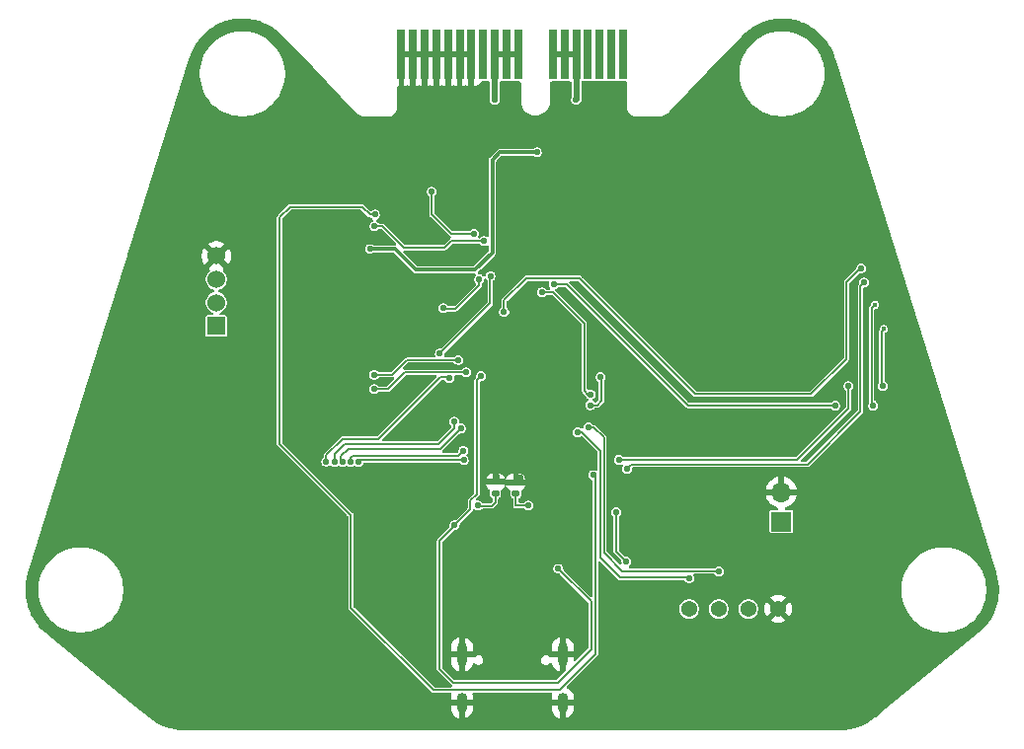
<source format=gbr>
%TF.GenerationSoftware,KiCad,Pcbnew,9.0.0*%
%TF.CreationDate,2025-05-31T20:06:24-04:00*%
%TF.ProjectId,status,73746174-7573-42e6-9b69-6361645f7063,rev?*%
%TF.SameCoordinates,Original*%
%TF.FileFunction,Copper,L4,Bot*%
%TF.FilePolarity,Positive*%
%FSLAX46Y46*%
G04 Gerber Fmt 4.6, Leading zero omitted, Abs format (unit mm)*
G04 Created by KiCad (PCBNEW 9.0.0) date 2025-05-31 20:06:24*
%MOMM*%
%LPD*%
G01*
G04 APERTURE LIST*
G04 Aperture macros list*
%AMRoundRect*
0 Rectangle with rounded corners*
0 $1 Rounding radius*
0 $2 $3 $4 $5 $6 $7 $8 $9 X,Y pos of 4 corners*
0 Add a 4 corners polygon primitive as box body*
4,1,4,$2,$3,$4,$5,$6,$7,$8,$9,$2,$3,0*
0 Add four circle primitives for the rounded corners*
1,1,$1+$1,$2,$3*
1,1,$1+$1,$4,$5*
1,1,$1+$1,$6,$7*
1,1,$1+$1,$8,$9*
0 Add four rect primitives between the rounded corners*
20,1,$1+$1,$2,$3,$4,$5,0*
20,1,$1+$1,$4,$5,$6,$7,0*
20,1,$1+$1,$6,$7,$8,$9,0*
20,1,$1+$1,$8,$9,$2,$3,0*%
G04 Aperture macros list end*
%TA.AperFunction,ComponentPad*%
%ADD10C,1.371600*%
%TD*%
%TA.AperFunction,ComponentPad*%
%ADD11R,1.524000X1.524000*%
%TD*%
%TA.AperFunction,ComponentPad*%
%ADD12C,1.524000*%
%TD*%
%TA.AperFunction,ComponentPad*%
%ADD13O,0.900000X2.000000*%
%TD*%
%TA.AperFunction,ComponentPad*%
%ADD14O,0.900000X1.700000*%
%TD*%
%TA.AperFunction,ComponentPad*%
%ADD15R,1.700000X1.700000*%
%TD*%
%TA.AperFunction,ComponentPad*%
%ADD16O,1.700000X1.700000*%
%TD*%
%TA.AperFunction,ConnectorPad*%
%ADD17R,0.700000X4.300000*%
%TD*%
%TA.AperFunction,SMDPad,CuDef*%
%ADD18RoundRect,0.140000X-0.170000X0.140000X-0.170000X-0.140000X0.170000X-0.140000X0.170000X0.140000X0*%
%TD*%
%TA.AperFunction,ViaPad*%
%ADD19C,0.550000*%
%TD*%
%TA.AperFunction,ViaPad*%
%ADD20C,0.400000*%
%TD*%
%TA.AperFunction,Conductor*%
%ADD21C,0.150000*%
%TD*%
%TA.AperFunction,Conductor*%
%ADD22C,0.540000*%
%TD*%
%TA.AperFunction,Conductor*%
%ADD23C,0.500000*%
%TD*%
%TA.AperFunction,Conductor*%
%ADD24C,0.304800*%
%TD*%
G04 APERTURE END LIST*
D10*
%TO.P,J2,1,1*%
%TO.N,/SDA*%
X161590000Y-111710500D03*
%TO.P,J2,2,2*%
%TO.N,/SCL*%
X164130000Y-111710500D03*
%TO.P,J2,3,3*%
%TO.N,+3.3V*%
X166670000Y-111710500D03*
%TO.P,J2,4,4*%
%TO.N,GND*%
X169210000Y-111710500D03*
%TD*%
D11*
%TO.P,J3,1,Pin_1*%
%TO.N,/SWCLK*%
X121050000Y-87425000D03*
D12*
%TO.P,J3,2,Pin_2*%
%TO.N,/SWD*%
X121050000Y-85425000D03*
%TO.P,J3,3,Pin_3*%
%TO.N,+3.3V*%
X121050000Y-83425000D03*
%TO.P,J3,4,Pin_4*%
%TO.N,GND*%
X121050000Y-81425000D03*
%TD*%
D13*
%TO.P,J6,S1,SHIELD*%
%TO.N,GND*%
X142100000Y-115610000D03*
D14*
X142100000Y-119780000D03*
D13*
X150740000Y-115610000D03*
D14*
X150740000Y-119780000D03*
%TD*%
D15*
%TO.P,J7,1,Pin_1*%
%TO.N,/~{USB_BOOT_S}*%
X169490000Y-104225000D03*
D16*
%TO.P,J7,2,Pin_2*%
%TO.N,GND*%
X169490000Y-101685000D03*
%TD*%
D17*
%TO.P,J1,B1,+12V*%
%TO.N,GND*%
X136913000Y-64138595D03*
%TO.P,J1,B2,+12V*%
X137913000Y-64138595D03*
%TO.P,J1,B3,+12V*%
X138913000Y-64138595D03*
%TO.P,J1,B4,GND*%
X139913000Y-64138595D03*
%TO.P,J1,B5,SMCLK*%
X140913000Y-64138595D03*
%TO.P,J1,B6,SMDAT*%
X141913000Y-64138595D03*
%TO.P,J1,B7,GND*%
X142913000Y-64138595D03*
%TO.P,J1,B8,+3.3V*%
%TO.N,unconnected-(J1-+3.3V-PadB8)*%
X143913000Y-64138595D03*
%TO.P,J1,B9,JTAG1*%
%TO.N,+3.3V*%
X144913000Y-64138595D03*
%TO.P,J1,B10,3.3Vaux*%
X145913000Y-64138595D03*
%TO.P,J1,B11,~{WAKE}*%
X146913000Y-64138595D03*
%TO.P,J1,B12,RSVD*%
%TO.N,+5V*%
X149913000Y-64138595D03*
%TO.P,J1,B13,GND*%
X150913000Y-64138595D03*
%TO.P,J1,B14,PETp0*%
X151913000Y-64138595D03*
%TO.P,J1,B15,PETn0*%
%TO.N,unconnected-(J1-PETn0-PadB15)*%
X152913000Y-64138595D03*
%TO.P,J1,B16,GND*%
%TO.N,unconnected-(J1-GND-PadB16)*%
X153913000Y-64138595D03*
%TO.P,J1,B17,~{PRSNT2}*%
%TO.N,unconnected-(J1-~{PRSNT2}-PadB17)*%
X154913000Y-64138595D03*
%TO.P,J1,B18,GND*%
%TO.N,unconnected-(J1-GND-PadB18)*%
X155913000Y-64138595D03*
%TD*%
D18*
%TO.P,C13,1*%
%TO.N,GND*%
X144983200Y-100815200D03*
%TO.P,C13,2*%
%TO.N,+3.3V*%
X144983200Y-101775200D03*
%TD*%
%TO.P,C11,1*%
%TO.N,GND*%
X146735800Y-100840600D03*
%TO.P,C11,2*%
%TO.N,+3.3V*%
X146735800Y-101800600D03*
%TD*%
D19*
%TO.N,+1V1*%
X143750000Y-91725000D03*
X141475000Y-104525000D03*
X150375000Y-108250000D03*
%TO.N,/CS_SD*%
X145719800Y-86233000D03*
X176350000Y-82475000D03*
%TO.N,GND*%
X154305000Y-121285000D03*
X149860000Y-121285000D03*
X167640000Y-106680000D03*
X159385000Y-121285000D03*
X149860000Y-111760000D03*
X140106400Y-81281600D03*
X147243800Y-96139000D03*
X143510000Y-121285000D03*
X177800000Y-111760000D03*
X115620800Y-82016600D03*
X152857200Y-117271800D03*
X163372800Y-100634800D03*
X138912600Y-81281600D03*
X173990000Y-121285000D03*
X152298400Y-98069400D03*
X177800000Y-119380000D03*
X134620000Y-76200000D03*
X176606200Y-74472800D03*
X145161000Y-96088200D03*
X123175000Y-118275000D03*
X180187600Y-100685600D03*
X152247600Y-107899200D03*
X127965200Y-90373200D03*
X142240000Y-111760000D03*
X172500000Y-112375000D03*
X149377400Y-98374200D03*
X145084800Y-98323400D03*
X138912600Y-80168500D03*
X124460000Y-96520000D03*
X124460000Y-86360000D03*
X119380000Y-91440000D03*
X175260000Y-71120000D03*
X165075000Y-89825000D03*
X119380000Y-106680000D03*
X129540000Y-71120000D03*
X116840000Y-96520000D03*
X124950000Y-107400000D03*
X137718800Y-80214800D03*
X137625000Y-107525000D03*
X127000000Y-76200000D03*
X160020000Y-116840000D03*
X138725000Y-104950000D03*
X132825000Y-79825000D03*
X147116800Y-100482400D03*
X147320000Y-106680000D03*
X134620000Y-101600000D03*
X106680000Y-106680000D03*
X180340000Y-96520000D03*
X129540000Y-96520000D03*
X159425000Y-78175000D03*
X165150000Y-105050000D03*
X163372800Y-97180400D03*
X147130000Y-98302500D03*
X137160000Y-71120000D03*
X111760000Y-116840000D03*
X166624000Y-102006400D03*
X117475000Y-121285000D03*
X133400000Y-120250000D03*
X135229600Y-88646000D03*
X146685000Y-119380000D03*
X136779000Y-117246400D03*
X183515000Y-114300000D03*
X154025600Y-95986600D03*
X137160000Y-86360000D03*
X114300000Y-111760000D03*
X180340000Y-91440000D03*
X157480000Y-119380000D03*
X186055000Y-106045000D03*
X173800000Y-92975000D03*
X114300000Y-86360000D03*
X161442400Y-103581200D03*
X138912600Y-79148000D03*
X124460000Y-111760000D03*
X141605000Y-71120000D03*
X132080000Y-106680000D03*
X143560800Y-77241400D03*
X157480000Y-91400000D03*
X160020000Y-71120000D03*
X158200000Y-86400000D03*
X165775000Y-79025000D03*
X159969200Y-103581200D03*
X123825000Y-71120000D03*
X180340000Y-116840000D03*
X114300000Y-101600000D03*
X142240000Y-86360000D03*
X182880000Y-101600000D03*
X172720000Y-106680000D03*
X140106400Y-80164000D03*
X168275000Y-71120000D03*
X142722600Y-100253800D03*
X158699200Y-103530400D03*
X125200000Y-81350000D03*
X160800000Y-89550000D03*
X144780000Y-116840000D03*
X152400000Y-71120000D03*
X148894800Y-92735400D03*
X111760000Y-106680000D03*
X165735000Y-121285000D03*
X134518400Y-79908400D03*
X145084800Y-100330000D03*
X144780000Y-71120000D03*
X129540000Y-86360000D03*
X149453600Y-96062800D03*
X132080000Y-111760000D03*
X111760000Y-96520000D03*
X137718800Y-81281600D03*
X154940000Y-111760000D03*
X162560000Y-76200000D03*
X149377400Y-100380800D03*
X130575000Y-114675000D03*
X170180000Y-76200000D03*
X140106400Y-79148000D03*
X180340000Y-106680000D03*
X119380000Y-116840000D03*
X165750000Y-76000000D03*
X167640000Y-96520000D03*
X172135800Y-95681800D03*
X111760000Y-91440000D03*
X137718800Y-79148000D03*
X118110000Y-71120000D03*
X147350000Y-81900000D03*
X148590000Y-71120000D03*
X119380000Y-76200000D03*
X136775000Y-104925000D03*
X177175000Y-102725000D03*
X156850000Y-77325000D03*
X174250000Y-117550000D03*
X132025000Y-95200000D03*
X123175000Y-92375000D03*
X146925000Y-75250000D03*
X121175000Y-104025000D03*
X132525000Y-74025000D03*
X123150000Y-77000000D03*
X157600000Y-112050000D03*
%TO.N,/MOSI*%
X156260800Y-99669600D03*
X176587500Y-83712500D03*
%TO.N,/MISO*%
X153136600Y-93294200D03*
X175250000Y-92600000D03*
X155549600Y-98907600D03*
X178200000Y-92575000D03*
D20*
X178275000Y-87700000D03*
D19*
X148945600Y-84556600D03*
%TO.N,/SCK*%
X149987000Y-83845400D03*
X143586200Y-83413600D03*
D20*
X177525000Y-85600000D03*
D19*
X140487400Y-85902800D03*
X174100000Y-94250000D03*
X177375000Y-94250000D03*
%TO.N,/SWCLK*%
X142494000Y-91414600D03*
X134569200Y-92862400D03*
%TO.N,/STBY*%
X134645400Y-77876400D03*
X153345000Y-100228400D03*
%TO.N,+3.3V*%
X144913000Y-68017000D03*
X147825000Y-102850000D03*
X143510000Y-102844600D03*
%TO.N,/TX*%
X144018000Y-80162400D03*
X134620000Y-78867000D03*
%TO.N,/RESET*%
X153098500Y-94221300D03*
X154000200Y-91795600D03*
%TO.N,+5V*%
X148539200Y-72542400D03*
X151900000Y-68017000D03*
X134210800Y-80820000D03*
%TO.N,/RX*%
X139522200Y-75920600D03*
X143129000Y-79502000D03*
%TO.N,/CS*%
X144551400Y-83134200D03*
X140208000Y-89814400D03*
%TO.N,/SCL*%
X164150000Y-108500000D03*
X152933400Y-96139000D03*
%TO.N,/SDA*%
X161590000Y-109056800D03*
X152044400Y-96545400D03*
%TO.N,/~{USB_BOOT_S}*%
X156210000Y-107645200D03*
X155320000Y-103380000D03*
%TO.N,/SWD*%
X134575000Y-91600000D03*
X141808200Y-90347800D03*
%TO.N,/Push_Left*%
X131175850Y-99085400D03*
X141452600Y-95656400D03*
%TO.N,/Push_Down*%
X142240000Y-98120200D03*
X132562600Y-99110800D03*
%TO.N,/Push_Right*%
X142265400Y-98958400D03*
X133223000Y-99110800D03*
%TO.N,/Push_Up*%
X142011400Y-96215200D03*
X131876800Y-99085400D03*
%TO.N,/RUN*%
X130479800Y-99060000D03*
X141039400Y-91897200D03*
%TD*%
D21*
%TO.N,+1V1*%
X140175000Y-116850000D02*
X140175000Y-105875000D01*
X142825000Y-103175000D02*
X141475000Y-104525000D01*
X140175000Y-105875000D02*
X141475000Y-104575000D01*
X150375000Y-108250000D02*
X153175000Y-111050000D01*
X143750000Y-91725000D02*
X143400000Y-92075000D01*
X141475000Y-104575000D02*
X141475000Y-104525000D01*
X141375000Y-118050000D02*
X140175000Y-116850000D01*
X142825000Y-102425000D02*
X142825000Y-103175000D01*
X153175000Y-115175000D02*
X150300000Y-118050000D01*
X153175000Y-111050000D02*
X153175000Y-115175000D01*
X150300000Y-118050000D02*
X141375000Y-118050000D01*
X143400000Y-101850000D02*
X142825000Y-102425000D01*
X143400000Y-92075000D02*
X143400000Y-101850000D01*
%TO.N,/CS_SD*%
X172050000Y-93275000D02*
X162125000Y-93275000D01*
X147624800Y-83337400D02*
X145719800Y-85242400D01*
X162125000Y-93275000D02*
X152187400Y-83337400D01*
X176275000Y-82475000D02*
X175075000Y-83675000D01*
X175075000Y-90250000D02*
X172050000Y-93275000D01*
X145719800Y-85242400D02*
X145719800Y-86233000D01*
X152187400Y-83337400D02*
X147624800Y-83337400D01*
X175075000Y-83675000D02*
X175075000Y-90250000D01*
X176350000Y-82475000D02*
X176275000Y-82475000D01*
%TO.N,/MOSI*%
X176587500Y-83712500D02*
X176275000Y-84025000D01*
X171715500Y-99302500D02*
X156627900Y-99302500D01*
X176275000Y-84025000D02*
X176275000Y-94743000D01*
X176275000Y-94743000D02*
X171715500Y-99302500D01*
X156627900Y-99302500D02*
X156260800Y-99669600D01*
%TO.N,/MISO*%
X152603200Y-92989400D02*
X152908000Y-93294200D01*
X178100000Y-92475000D02*
X178200000Y-92575000D01*
X178100000Y-87875000D02*
X178100000Y-92475000D01*
X175250000Y-94521745D02*
X170864145Y-98907600D01*
X170864145Y-98907600D02*
X155549600Y-98907600D01*
X178275000Y-87700000D02*
X178100000Y-87875000D01*
X175250000Y-92600000D02*
X175250000Y-94521745D01*
X175250000Y-92600000D02*
X175275000Y-92575000D01*
X148945600Y-84556600D02*
X149936200Y-84556600D01*
X149936200Y-84556600D02*
X152603200Y-87223600D01*
X152603200Y-87223600D02*
X152603200Y-92989400D01*
X152908000Y-93294200D02*
X153136600Y-93294200D01*
%TO.N,/SCK*%
X174100000Y-94250000D02*
X161475000Y-94250000D01*
X143586200Y-83921600D02*
X141554200Y-85953600D01*
X140538200Y-85953600D02*
X140487400Y-85902800D01*
X143586200Y-83413600D02*
X143586200Y-83921600D01*
X141554200Y-85953600D02*
X140538200Y-85953600D01*
X177225000Y-94100000D02*
X177375000Y-94250000D01*
X161475000Y-94250000D02*
X151070400Y-83845400D01*
X151070400Y-83845400D02*
X149987000Y-83845400D01*
X177525000Y-85600000D02*
X177225000Y-85900000D01*
X177225000Y-85900000D02*
X177225000Y-94100000D01*
%TO.N,/SWCLK*%
X137208513Y-91414600D02*
X142494000Y-91414600D01*
X135786113Y-92837000D02*
X137208513Y-91414600D01*
X134594600Y-92837000D02*
X135786113Y-92837000D01*
X134569200Y-92862400D02*
X134594600Y-92837000D01*
%TO.N,/STBY*%
X150475000Y-118675000D02*
X139680800Y-118675000D01*
X126466600Y-78130400D02*
X127381000Y-77216000D01*
X133553200Y-77216000D02*
X134213600Y-77876400D01*
X126466600Y-97536000D02*
X126466600Y-78130400D01*
X132588000Y-103657400D02*
X126466600Y-97536000D01*
X127381000Y-77216000D02*
X133553200Y-77216000D01*
X153543000Y-115607000D02*
X150475000Y-118675000D01*
X132588000Y-111582200D02*
X132588000Y-103657400D01*
X139680800Y-118675000D02*
X132588000Y-111582200D01*
X153345000Y-100228400D02*
X153543000Y-100426400D01*
X134213600Y-77876400D02*
X134645400Y-77876400D01*
X153543000Y-100426400D02*
X153543000Y-115607000D01*
%TO.N,+3.3V*%
X146735800Y-102850000D02*
X147695600Y-102850000D01*
D22*
X144913000Y-68017000D02*
X144913000Y-64138595D01*
D21*
X144675000Y-102875000D02*
X143604200Y-102875000D01*
X146735800Y-101800600D02*
X146735800Y-102850000D01*
X144983200Y-102566800D02*
X144675000Y-102875000D01*
X144957800Y-101876800D02*
X144983200Y-101902200D01*
D23*
X144913000Y-64138595D02*
X146913000Y-64138595D01*
D21*
X144983200Y-101902200D02*
X144983200Y-102566800D01*
%TO.N,/TX*%
X144018000Y-80162400D02*
X143992600Y-80137000D01*
X141198600Y-80137000D02*
X140614400Y-80721200D01*
X135305800Y-78867000D02*
X134620000Y-78867000D01*
X143992600Y-80137000D02*
X141198600Y-80137000D01*
X140614400Y-80721200D02*
X137160000Y-80721200D01*
X137160000Y-80721200D02*
X135305800Y-78867000D01*
%TO.N,/RESET*%
X154051000Y-93878400D02*
X154051000Y-91846400D01*
X153098500Y-94221300D02*
X153708100Y-94221300D01*
X153708100Y-94221300D02*
X154051000Y-93878400D01*
X154051000Y-91846400D02*
X154000200Y-91795600D01*
D24*
%TO.N,+5V*%
X145347600Y-72542400D02*
X148539200Y-72542400D01*
X138144400Y-82620000D02*
X143210000Y-82620000D01*
X143210000Y-82620000D02*
X144729200Y-81100800D01*
D22*
X151913000Y-68004000D02*
X151913000Y-64138595D01*
X151900000Y-68017000D02*
X151913000Y-68004000D01*
D24*
X144729200Y-73160800D02*
X145347600Y-72542400D01*
X134210800Y-80820000D02*
X136344400Y-80820000D01*
X136344400Y-80820000D02*
X138144400Y-82620000D01*
D23*
X149913000Y-64138595D02*
X151913000Y-64138595D01*
D24*
X144729200Y-81100800D02*
X144729200Y-73160800D01*
D21*
%TO.N,/RX*%
X139522200Y-77851000D02*
X141173200Y-79502000D01*
X141173200Y-79502000D02*
X143129000Y-79502000D01*
X139522200Y-75920600D02*
X139522200Y-77851000D01*
%TO.N,/CS*%
X140208000Y-89814400D02*
X144526000Y-85496400D01*
X144526000Y-85496400D02*
X144526000Y-83134200D01*
%TO.N,/SCL*%
X154279600Y-97002600D02*
X154279600Y-102792145D01*
X164100000Y-108450000D02*
X155850000Y-108450000D01*
X153416000Y-96139000D02*
X154279600Y-97002600D01*
X164150000Y-108500000D02*
X164100000Y-108450000D01*
X152933400Y-96139000D02*
X153416000Y-96139000D01*
X155850000Y-108450000D02*
X154279600Y-106879600D01*
X154279600Y-106879600D02*
X154279600Y-102692200D01*
%TO.N,/SDA*%
X161590000Y-109056800D02*
X161550000Y-109016800D01*
X161550000Y-109016800D02*
X155651200Y-109016800D01*
X153949400Y-98120200D02*
X152374600Y-96545400D01*
X155651200Y-109016800D02*
X153949400Y-107315000D01*
X153949400Y-107315000D02*
X153949400Y-98120200D01*
X152374600Y-96545400D02*
X152044400Y-96545400D01*
%TO.N,/~{USB_BOOT_S}*%
X155321000Y-106756200D02*
X155321000Y-103378000D01*
X156210000Y-107645200D02*
X155321000Y-106756200D01*
%TO.N,/SWD*%
X134575000Y-91600000D02*
X134575000Y-91776000D01*
X134575000Y-91776000D02*
X134751000Y-91600000D01*
X136136400Y-91600000D02*
X137388600Y-90347800D01*
X137388600Y-90347800D02*
X141808200Y-90347800D01*
X134751000Y-91600000D02*
X136136400Y-91600000D01*
%TO.N,/Push_Left*%
X131165600Y-98950780D02*
X131165600Y-98450400D01*
X132041000Y-97575000D02*
X140055000Y-97575000D01*
X131175850Y-99085400D02*
X131175850Y-98961030D01*
X131175850Y-98961030D02*
X131165600Y-98950780D01*
X140055000Y-97575000D02*
X141452600Y-96177400D01*
X131165600Y-98450400D02*
X132041000Y-97575000D01*
X141452600Y-96177400D02*
X141452600Y-95656400D01*
%TO.N,/Push_Down*%
X132562600Y-98729800D02*
X132742400Y-98550000D01*
X132742400Y-98550000D02*
X141810200Y-98550000D01*
X141810200Y-98550000D02*
X142240000Y-98120200D01*
X132562600Y-99110800D02*
X132562600Y-98729800D01*
%TO.N,/Push_Right*%
X142240000Y-98933000D02*
X142265400Y-98958400D01*
X133400800Y-98933000D02*
X142240000Y-98933000D01*
X133223000Y-99110800D02*
X133400800Y-98933000D01*
%TO.N,/Push_Up*%
X140251600Y-97975000D02*
X142011400Y-96215200D01*
X132352200Y-97975000D02*
X140251600Y-97975000D01*
X131724400Y-98602800D02*
X132352200Y-97975000D01*
X131858870Y-99085400D02*
X131724400Y-98950930D01*
X131724400Y-98950930D02*
X131724400Y-98602800D01*
X131876800Y-99085400D02*
X131858870Y-99085400D01*
%TO.N,/RUN*%
X131856400Y-97150000D02*
X134929800Y-97150000D01*
X130479800Y-98526600D02*
X131856400Y-97150000D01*
X140963200Y-91821000D02*
X141039400Y-91897200D01*
X134929800Y-97150000D02*
X140258800Y-91821000D01*
X130479800Y-99060000D02*
X130479800Y-98526600D01*
X140258800Y-91821000D02*
X140963200Y-91821000D01*
%TD*%
%TA.AperFunction,Conductor*%
%TO.N,GND*%
G36*
X143582129Y-80365882D02*
G01*
X143594080Y-80364741D01*
X143615033Y-80375543D01*
X143637650Y-80382185D01*
X143647063Y-80392057D01*
X143656182Y-80396759D01*
X143672378Y-80417355D01*
X143672565Y-80417212D01*
X143677514Y-80423661D01*
X143677515Y-80423663D01*
X143756737Y-80502885D01*
X143853763Y-80558903D01*
X143961982Y-80587900D01*
X143961984Y-80587900D01*
X144074016Y-80587900D01*
X144074018Y-80587900D01*
X144182237Y-80558903D01*
X144240300Y-80525379D01*
X144308200Y-80508907D01*
X144374227Y-80531759D01*
X144417417Y-80586680D01*
X144426300Y-80632767D01*
X144426300Y-80923972D01*
X144406615Y-80991011D01*
X144389981Y-81011653D01*
X143120853Y-82280781D01*
X143059530Y-82314266D01*
X143033172Y-82317100D01*
X138321227Y-82317100D01*
X138254188Y-82297415D01*
X138233546Y-82280781D01*
X137111148Y-81158382D01*
X137100537Y-81138951D01*
X137086037Y-81122218D01*
X137084118Y-81108882D01*
X137077663Y-81097059D01*
X137079242Y-81074976D01*
X137076090Y-81053060D01*
X137081685Y-81040805D01*
X137082647Y-81027367D01*
X137095915Y-81009642D01*
X137105112Y-80989503D01*
X137116445Y-80982218D01*
X137124519Y-80971434D01*
X137145262Y-80963696D01*
X137163888Y-80951726D01*
X137185810Y-80948573D01*
X137189983Y-80947017D01*
X137198823Y-80946701D01*
X137204855Y-80946701D01*
X137204855Y-80946700D01*
X137219291Y-80946700D01*
X140555103Y-80946700D01*
X140555111Y-80946701D01*
X140569545Y-80946701D01*
X140659253Y-80946701D01*
X140659255Y-80946701D01*
X140717860Y-80922425D01*
X140742136Y-80912370D01*
X140805570Y-80848936D01*
X140805570Y-80848935D01*
X140823008Y-80831497D01*
X140823009Y-80831494D01*
X141255686Y-80398819D01*
X141317009Y-80365334D01*
X141343367Y-80362500D01*
X143570611Y-80362500D01*
X143582129Y-80365882D01*
G37*
%TD.AperFunction*%
%TA.AperFunction,Conductor*%
G36*
X169799801Y-61051108D02*
G01*
X169810500Y-61051700D01*
X170208833Y-61091101D01*
X170219446Y-61092617D01*
X170612889Y-61166309D01*
X170623316Y-61168733D01*
X171008932Y-61276171D01*
X171019094Y-61279482D01*
X171278397Y-61376577D01*
X171393957Y-61419848D01*
X171403834Y-61424042D01*
X171765143Y-61596285D01*
X171774620Y-61601317D01*
X172119687Y-61804152D01*
X172128694Y-61809985D01*
X172454941Y-62041900D01*
X172463394Y-62048478D01*
X172698207Y-62248087D01*
X172768368Y-62307729D01*
X172776231Y-62315022D01*
X172812992Y-62352205D01*
X173057649Y-62599670D01*
X173064856Y-62607621D01*
X173320596Y-62915516D01*
X173327089Y-62924059D01*
X173555262Y-63252924D01*
X173560992Y-63261997D01*
X173759881Y-63609363D01*
X173764804Y-63618897D01*
X173932672Y-63981630D01*
X173932910Y-63982143D01*
X173936990Y-63992064D01*
X174054941Y-64318355D01*
X174073616Y-64370014D01*
X174075291Y-64374973D01*
X174089075Y-64418973D01*
X174089146Y-64419073D01*
X174092074Y-64428393D01*
X174092074Y-64428414D01*
X174092103Y-64428486D01*
X187928437Y-108593789D01*
X187928565Y-108594345D01*
X187944808Y-108646191D01*
X187946273Y-108651241D01*
X188048229Y-109032673D01*
X188050511Y-109042937D01*
X188119325Y-109429041D01*
X188120730Y-109439461D01*
X188156590Y-109830029D01*
X188157106Y-109840530D01*
X188159749Y-110232712D01*
X188159374Y-110243220D01*
X188128783Y-110634223D01*
X188127521Y-110644646D01*
X188063912Y-111031678D01*
X188061773Y-111041952D01*
X187965609Y-111422184D01*
X187962601Y-111432259D01*
X187834577Y-111802963D01*
X187830727Y-111812747D01*
X187671749Y-112171294D01*
X187667083Y-112180716D01*
X187478315Y-112524483D01*
X187472868Y-112533477D01*
X187255647Y-112860030D01*
X187249458Y-112868529D01*
X187005359Y-113175499D01*
X186998472Y-113183444D01*
X186729244Y-113468632D01*
X186721709Y-113475965D01*
X186427445Y-113738968D01*
X186423470Y-113742372D01*
X186419658Y-113745500D01*
X186419639Y-113745515D01*
X186388554Y-113771012D01*
X186388554Y-113771013D01*
X178460767Y-120273569D01*
X177560456Y-121012025D01*
X177560454Y-121012026D01*
X177525721Y-121040514D01*
X177521536Y-121043799D01*
X177201876Y-121283804D01*
X177193097Y-121289824D01*
X176856302Y-121500112D01*
X176847039Y-121505357D01*
X176493448Y-121685985D01*
X176483770Y-121690416D01*
X176115992Y-121840053D01*
X176105969Y-121843638D01*
X175726712Y-121961182D01*
X175716419Y-121963894D01*
X175328474Y-122048479D01*
X175317986Y-122050298D01*
X174924222Y-122101299D01*
X174913617Y-122102212D01*
X174527520Y-122118800D01*
X174514443Y-122119362D01*
X174509122Y-122119476D01*
X118371621Y-122119476D01*
X118361625Y-122119475D01*
X118361623Y-122119475D01*
X118340764Y-122119475D01*
X118316692Y-122119475D01*
X118316691Y-122119474D01*
X118311373Y-122119361D01*
X117912017Y-122102207D01*
X117901411Y-122101294D01*
X117507649Y-122050296D01*
X117497162Y-122048477D01*
X117109219Y-121963896D01*
X117098925Y-121961184D01*
X116719669Y-121843644D01*
X116709646Y-121840059D01*
X116341878Y-121690429D01*
X116332200Y-121685999D01*
X115978600Y-121505370D01*
X115969337Y-121500125D01*
X115632542Y-121289842D01*
X115623763Y-121283822D01*
X115304666Y-121044245D01*
X115300478Y-121040958D01*
X114122207Y-120074513D01*
X110376116Y-117001882D01*
X106447248Y-113779332D01*
X106437103Y-113771011D01*
X106430147Y-113765305D01*
X106402396Y-113742543D01*
X106398413Y-113739133D01*
X106104778Y-113476754D01*
X106097262Y-113469444D01*
X105828665Y-113185126D01*
X105821793Y-113177206D01*
X105777823Y-113121978D01*
X105679845Y-112998912D01*
X105578184Y-112871221D01*
X105572006Y-112862750D01*
X105509566Y-112769050D01*
X105355102Y-112537257D01*
X105349672Y-112528310D01*
X105161053Y-112185674D01*
X105156389Y-112176284D01*
X105125402Y-112106642D01*
X104997375Y-111818905D01*
X104993539Y-111809196D01*
X104865292Y-111439680D01*
X104862277Y-111429640D01*
X104832907Y-111314366D01*
X104765706Y-111050610D01*
X104763557Y-111040387D01*
X104699348Y-110654530D01*
X104698070Y-110644157D01*
X104666689Y-110254277D01*
X104666291Y-110243809D01*
X104666316Y-110237974D01*
X104667804Y-109889257D01*
X105761855Y-109889257D01*
X105761855Y-109897608D01*
X105761855Y-110247933D01*
X105762481Y-110254286D01*
X105797010Y-110604870D01*
X105797013Y-110604887D01*
X105866980Y-110956643D01*
X105866983Y-110956654D01*
X105971104Y-111299895D01*
X106038992Y-111463791D01*
X106107064Y-111628132D01*
X106108364Y-111631269D01*
X106108366Y-111631274D01*
X106277434Y-111947578D01*
X106277451Y-111947606D01*
X106476697Y-112245800D01*
X106476714Y-112245823D01*
X106704255Y-112523082D01*
X106957867Y-112776694D01*
X106957872Y-112776698D01*
X106957873Y-112776699D01*
X107235132Y-113004240D01*
X107235139Y-113004245D01*
X107235149Y-113004252D01*
X107533343Y-113203498D01*
X107533348Y-113203501D01*
X107533360Y-113203509D01*
X107533369Y-113203513D01*
X107533371Y-113203515D01*
X107849675Y-113372583D01*
X107849677Y-113372583D01*
X107849683Y-113372587D01*
X108181056Y-113509846D01*
X108524286Y-113613964D01*
X108524292Y-113613965D01*
X108524295Y-113613966D01*
X108524306Y-113613969D01*
X108744887Y-113657844D01*
X108876069Y-113683938D01*
X109233017Y-113719095D01*
X109233020Y-113719095D01*
X109591690Y-113719095D01*
X109591693Y-113719095D01*
X109948641Y-113683938D01*
X110122764Y-113649302D01*
X110300403Y-113613969D01*
X110300414Y-113613966D01*
X110300414Y-113613965D01*
X110300424Y-113613964D01*
X110643654Y-113509846D01*
X110975027Y-113372587D01*
X111291350Y-113203509D01*
X111589578Y-113004240D01*
X111866837Y-112776699D01*
X112120459Y-112523077D01*
X112348000Y-112245818D01*
X112547269Y-111947590D01*
X112716347Y-111631267D01*
X112853606Y-111299894D01*
X112957724Y-110956664D01*
X112957726Y-110956654D01*
X112957729Y-110956643D01*
X113009380Y-110696971D01*
X113027698Y-110604881D01*
X113062855Y-110247933D01*
X113062855Y-109889257D01*
X113027698Y-109532309D01*
X113000839Y-109397282D01*
X112957729Y-109180546D01*
X112957726Y-109180535D01*
X112957725Y-109180532D01*
X112957724Y-109180526D01*
X112853606Y-108837296D01*
X112716347Y-108505923D01*
X112709559Y-108493224D01*
X112547275Y-108189611D01*
X112547273Y-108189609D01*
X112547269Y-108189600D01*
X112546321Y-108188181D01*
X112348012Y-107891389D01*
X112348005Y-107891379D01*
X112348000Y-107891372D01*
X112120459Y-107614113D01*
X112120458Y-107614112D01*
X112120454Y-107614107D01*
X111866842Y-107360495D01*
X111589583Y-107132954D01*
X111589560Y-107132937D01*
X111291366Y-106933691D01*
X111291338Y-106933674D01*
X110975034Y-106764606D01*
X110975029Y-106764604D01*
X110966789Y-106761191D01*
X110846451Y-106711345D01*
X110643655Y-106627344D01*
X110300414Y-106523223D01*
X110300403Y-106523220D01*
X109948647Y-106453253D01*
X109948630Y-106453250D01*
X109678706Y-106426665D01*
X109591693Y-106418095D01*
X109233017Y-106418095D01*
X109152542Y-106426021D01*
X108876079Y-106453250D01*
X108876062Y-106453253D01*
X108524306Y-106523220D01*
X108524295Y-106523223D01*
X108181054Y-106627344D01*
X107849680Y-106764604D01*
X107849675Y-106764606D01*
X107533371Y-106933674D01*
X107533343Y-106933691D01*
X107235149Y-107132937D01*
X107235126Y-107132954D01*
X106957867Y-107360495D01*
X106704255Y-107614107D01*
X106476714Y-107891366D01*
X106476697Y-107891389D01*
X106277451Y-108189583D01*
X106277434Y-108189611D01*
X106108366Y-108505915D01*
X106108364Y-108505920D01*
X105971104Y-108837294D01*
X105866983Y-109180535D01*
X105866980Y-109180546D01*
X105797013Y-109532302D01*
X105797010Y-109532319D01*
X105769781Y-109808782D01*
X105761855Y-109889257D01*
X104667804Y-109889257D01*
X104667960Y-109852669D01*
X104668447Y-109842226D01*
X104703155Y-109452623D01*
X104704525Y-109442237D01*
X104772024Y-109056956D01*
X104774260Y-109046752D01*
X104874511Y-108666863D01*
X104876073Y-108661449D01*
X104880756Y-108646503D01*
X109803080Y-92934542D01*
X112823957Y-83291964D01*
X113393134Y-81475160D01*
X113439964Y-81325678D01*
X119788000Y-81325678D01*
X119788000Y-81524321D01*
X119819075Y-81720520D01*
X119819075Y-81720523D01*
X119880457Y-81909437D01*
X119970641Y-82086432D01*
X119997730Y-82123715D01*
X119997731Y-82123716D01*
X120669000Y-81452447D01*
X120669000Y-81475160D01*
X120694964Y-81572061D01*
X120745124Y-81658940D01*
X120816060Y-81729876D01*
X120902939Y-81780036D01*
X120999840Y-81806000D01*
X121022553Y-81806000D01*
X120351283Y-82477268D01*
X120351283Y-82477269D01*
X120388567Y-82504358D01*
X120429673Y-82525303D01*
X120480469Y-82573278D01*
X120497264Y-82641099D01*
X120474727Y-82707234D01*
X120461060Y-82723469D01*
X120341214Y-82843315D01*
X120241356Y-82992762D01*
X120241349Y-82992775D01*
X120172568Y-83158829D01*
X120172565Y-83158841D01*
X120137500Y-83335122D01*
X120137500Y-83514877D01*
X120172565Y-83691158D01*
X120172568Y-83691170D01*
X120241349Y-83857224D01*
X120241356Y-83857237D01*
X120341214Y-84006684D01*
X120341217Y-84006688D01*
X120468311Y-84133782D01*
X120468315Y-84133785D01*
X120617762Y-84233643D01*
X120617775Y-84233650D01*
X120783571Y-84302324D01*
X120783834Y-84302433D01*
X120783838Y-84302433D01*
X120783839Y-84302434D01*
X120788608Y-84303383D01*
X120850519Y-84335768D01*
X120885093Y-84396484D01*
X120881352Y-84466254D01*
X120840486Y-84522926D01*
X120788608Y-84546617D01*
X120783839Y-84547565D01*
X120783829Y-84547568D01*
X120617775Y-84616349D01*
X120617762Y-84616356D01*
X120468315Y-84716214D01*
X120468311Y-84716217D01*
X120341217Y-84843311D01*
X120341214Y-84843315D01*
X120241356Y-84992762D01*
X120241349Y-84992775D01*
X120172568Y-85158829D01*
X120172565Y-85158841D01*
X120137500Y-85335122D01*
X120137500Y-85514877D01*
X120172565Y-85691158D01*
X120172568Y-85691170D01*
X120241349Y-85857224D01*
X120241356Y-85857237D01*
X120341214Y-86006684D01*
X120341217Y-86006688D01*
X120468311Y-86133782D01*
X120468315Y-86133785D01*
X120617762Y-86233643D01*
X120617775Y-86233650D01*
X120715042Y-86273939D01*
X120769446Y-86317780D01*
X120791511Y-86384074D01*
X120774232Y-86451773D01*
X120723095Y-86499384D01*
X120667590Y-86512500D01*
X120273178Y-86512500D01*
X120229282Y-86521231D01*
X120229275Y-86521234D01*
X120179496Y-86554495D01*
X120179495Y-86554496D01*
X120146234Y-86604275D01*
X120146231Y-86604282D01*
X120137500Y-86648177D01*
X120137500Y-86648180D01*
X120137500Y-88201820D01*
X120137500Y-88201822D01*
X120137499Y-88201822D01*
X120146231Y-88245717D01*
X120146232Y-88245721D01*
X120146233Y-88245722D01*
X120179496Y-88295504D01*
X120229278Y-88328767D01*
X120229281Y-88328767D01*
X120229282Y-88328768D01*
X120273177Y-88337500D01*
X120273180Y-88337500D01*
X121826822Y-88337500D01*
X121870717Y-88328768D01*
X121870717Y-88328767D01*
X121870722Y-88328767D01*
X121920504Y-88295504D01*
X121953767Y-88245722D01*
X121962500Y-88201820D01*
X121962500Y-86648180D01*
X121962500Y-86648177D01*
X121953768Y-86604282D01*
X121953767Y-86604281D01*
X121953767Y-86604278D01*
X121920504Y-86554496D01*
X121920503Y-86554495D01*
X121870724Y-86521234D01*
X121870717Y-86521231D01*
X121826822Y-86512500D01*
X121826820Y-86512500D01*
X121432410Y-86512500D01*
X121365371Y-86492815D01*
X121319616Y-86440011D01*
X121309672Y-86370853D01*
X121338697Y-86307297D01*
X121384958Y-86273939D01*
X121482224Y-86233650D01*
X121482224Y-86233649D01*
X121482231Y-86233647D01*
X121631685Y-86133785D01*
X121758785Y-86006685D01*
X121858647Y-85857231D01*
X121859512Y-85855144D01*
X121893842Y-85772263D01*
X121927433Y-85691166D01*
X121962500Y-85514873D01*
X121962500Y-85335127D01*
X121962500Y-85335124D01*
X121962499Y-85335122D01*
X121927433Y-85158834D01*
X121909137Y-85114663D01*
X121858650Y-84992775D01*
X121858643Y-84992762D01*
X121758785Y-84843315D01*
X121758782Y-84843311D01*
X121631688Y-84716217D01*
X121631684Y-84716214D01*
X121482237Y-84616356D01*
X121482224Y-84616349D01*
X121316170Y-84547568D01*
X121316166Y-84547567D01*
X121316156Y-84547565D01*
X121311391Y-84546617D01*
X121249482Y-84514233D01*
X121214907Y-84453518D01*
X121218646Y-84383748D01*
X121259512Y-84327076D01*
X121311391Y-84303382D01*
X121316166Y-84302433D01*
X121482231Y-84233647D01*
X121631685Y-84133785D01*
X121758785Y-84006685D01*
X121858647Y-83857231D01*
X121927433Y-83691166D01*
X121962500Y-83514873D01*
X121962500Y-83335127D01*
X121962500Y-83335124D01*
X121962499Y-83335122D01*
X121945440Y-83249360D01*
X121927433Y-83158834D01*
X121922212Y-83146230D01*
X121858650Y-82992775D01*
X121858643Y-82992762D01*
X121758785Y-82843315D01*
X121758782Y-82843311D01*
X121638940Y-82723469D01*
X121605455Y-82662146D01*
X121610439Y-82592454D01*
X121652311Y-82536521D01*
X121670328Y-82525302D01*
X121711425Y-82504362D01*
X121748716Y-82477268D01*
X121077448Y-81806000D01*
X121100160Y-81806000D01*
X121197061Y-81780036D01*
X121283940Y-81729876D01*
X121354876Y-81658940D01*
X121405036Y-81572061D01*
X121431000Y-81475160D01*
X121431000Y-81452447D01*
X122102268Y-82123715D01*
X122129362Y-82086425D01*
X122219542Y-81909437D01*
X122280924Y-81720523D01*
X122280924Y-81720520D01*
X122312000Y-81524321D01*
X122312000Y-81325678D01*
X122280924Y-81129479D01*
X122280924Y-81129476D01*
X122219542Y-80940562D01*
X122129358Y-80763567D01*
X122102268Y-80726283D01*
X121431000Y-81397551D01*
X121431000Y-81374840D01*
X121405036Y-81277939D01*
X121354876Y-81191060D01*
X121283940Y-81120124D01*
X121197061Y-81069964D01*
X121100160Y-81044000D01*
X121077447Y-81044000D01*
X121748716Y-80372731D01*
X121748715Y-80372730D01*
X121711432Y-80345641D01*
X121534437Y-80255457D01*
X121345522Y-80194075D01*
X121149321Y-80163000D01*
X120950679Y-80163000D01*
X120754479Y-80194075D01*
X120754476Y-80194075D01*
X120565562Y-80255457D01*
X120388564Y-80345643D01*
X120351283Y-80372729D01*
X120351282Y-80372730D01*
X121022554Y-81044000D01*
X120999840Y-81044000D01*
X120902939Y-81069964D01*
X120816060Y-81120124D01*
X120745124Y-81191060D01*
X120694964Y-81277939D01*
X120669000Y-81374840D01*
X120669000Y-81397552D01*
X119997730Y-80726282D01*
X119997729Y-80726283D01*
X119970643Y-80763564D01*
X119880457Y-80940562D01*
X119819075Y-81129476D01*
X119819075Y-81129479D01*
X119788000Y-81325678D01*
X113439964Y-81325678D01*
X114455051Y-78085542D01*
X126241099Y-78085542D01*
X126241099Y-78085545D01*
X126241099Y-78175255D01*
X126241099Y-78175256D01*
X126241100Y-78189693D01*
X126241100Y-97481142D01*
X126241099Y-97481156D01*
X126241099Y-97580855D01*
X126257253Y-97619852D01*
X126257254Y-97619855D01*
X126275430Y-97663736D01*
X126356300Y-97744606D01*
X126356306Y-97744611D01*
X132326181Y-103714486D01*
X132359666Y-103775809D01*
X132362500Y-103802167D01*
X132362500Y-111527342D01*
X132362499Y-111527356D01*
X132362499Y-111627053D01*
X132362500Y-111627058D01*
X132386772Y-111685657D01*
X132396829Y-111709935D01*
X132396830Y-111709936D01*
X132460264Y-111773370D01*
X132460265Y-111773370D01*
X139489629Y-118802734D01*
X139489630Y-118802736D01*
X139553064Y-118866170D01*
X139577339Y-118876225D01*
X139635945Y-118900501D01*
X139635946Y-118900501D01*
X139740089Y-118900501D01*
X139740097Y-118900500D01*
X141084764Y-118900500D01*
X141151803Y-118920185D01*
X141197558Y-118972989D01*
X141207502Y-119042147D01*
X141199325Y-119071953D01*
X141186508Y-119102894D01*
X141186506Y-119102902D01*
X141150000Y-119286428D01*
X141150000Y-119530000D01*
X141800000Y-119530000D01*
X141800000Y-120030000D01*
X141150000Y-120030000D01*
X141150000Y-120273571D01*
X141186506Y-120457097D01*
X141186508Y-120457105D01*
X141258119Y-120629991D01*
X141258124Y-120630000D01*
X141362086Y-120785589D01*
X141362089Y-120785593D01*
X141494406Y-120917910D01*
X141494410Y-120917913D01*
X141649999Y-121021875D01*
X141650012Y-121021882D01*
X141822889Y-121093489D01*
X141822896Y-121093491D01*
X141850000Y-121098882D01*
X141850000Y-120346988D01*
X141859940Y-120364205D01*
X141915795Y-120420060D01*
X141984204Y-120459556D01*
X142060504Y-120480000D01*
X142139496Y-120480000D01*
X142215796Y-120459556D01*
X142284205Y-120420060D01*
X142340060Y-120364205D01*
X142350000Y-120346988D01*
X142350000Y-121098881D01*
X142377103Y-121093491D01*
X142377110Y-121093489D01*
X142549987Y-121021882D01*
X142550000Y-121021875D01*
X142705589Y-120917913D01*
X142705593Y-120917910D01*
X142837910Y-120785593D01*
X142837913Y-120785589D01*
X142941875Y-120630000D01*
X142941880Y-120629991D01*
X143013491Y-120457105D01*
X143013493Y-120457097D01*
X143049999Y-120273571D01*
X143050000Y-120273569D01*
X143050000Y-120030000D01*
X142400000Y-120030000D01*
X142400000Y-119530000D01*
X143050000Y-119530000D01*
X143050000Y-119286430D01*
X143049999Y-119286428D01*
X143013493Y-119102902D01*
X143013491Y-119102894D01*
X143000675Y-119071953D01*
X142993206Y-119002484D01*
X143024481Y-118940005D01*
X143084569Y-118904352D01*
X143115236Y-118900500D01*
X149724764Y-118900500D01*
X149791803Y-118920185D01*
X149837558Y-118972989D01*
X149847502Y-119042147D01*
X149839325Y-119071953D01*
X149826508Y-119102894D01*
X149826506Y-119102902D01*
X149790000Y-119286428D01*
X149790000Y-119530000D01*
X150440000Y-119530000D01*
X150440000Y-120030000D01*
X149790000Y-120030000D01*
X149790000Y-120273571D01*
X149826506Y-120457097D01*
X149826508Y-120457105D01*
X149898119Y-120629991D01*
X149898124Y-120630000D01*
X150002086Y-120785589D01*
X150002089Y-120785593D01*
X150134406Y-120917910D01*
X150134410Y-120917913D01*
X150289999Y-121021875D01*
X150290012Y-121021882D01*
X150462889Y-121093489D01*
X150462896Y-121093491D01*
X150490000Y-121098882D01*
X150490000Y-120346988D01*
X150499940Y-120364205D01*
X150555795Y-120420060D01*
X150624204Y-120459556D01*
X150700504Y-120480000D01*
X150779496Y-120480000D01*
X150855796Y-120459556D01*
X150924205Y-120420060D01*
X150980060Y-120364205D01*
X150990000Y-120346988D01*
X150990000Y-121098881D01*
X151017103Y-121093491D01*
X151017110Y-121093489D01*
X151189987Y-121021882D01*
X151190000Y-121021875D01*
X151345589Y-120917913D01*
X151345593Y-120917910D01*
X151477910Y-120785593D01*
X151477913Y-120785589D01*
X151581875Y-120630000D01*
X151581880Y-120629991D01*
X151653491Y-120457105D01*
X151653493Y-120457097D01*
X151689999Y-120273571D01*
X151690000Y-120273569D01*
X151690000Y-120030000D01*
X151040000Y-120030000D01*
X151040000Y-119530000D01*
X151690000Y-119530000D01*
X151690000Y-119286430D01*
X151689999Y-119286428D01*
X151653493Y-119102902D01*
X151653491Y-119102894D01*
X151581880Y-118930008D01*
X151581875Y-118929999D01*
X151477913Y-118774410D01*
X151477910Y-118774406D01*
X151345593Y-118642089D01*
X151345589Y-118642086D01*
X151190000Y-118538124D01*
X151189987Y-118538117D01*
X151178156Y-118533217D01*
X151123752Y-118489376D01*
X151101687Y-118423082D01*
X151118966Y-118355383D01*
X151137920Y-118330983D01*
X153653294Y-115815610D01*
X153653297Y-115815608D01*
X153670735Y-115798170D01*
X153670736Y-115798170D01*
X153734170Y-115734736D01*
X153734170Y-115734734D01*
X153734172Y-115734733D01*
X153752907Y-115689500D01*
X153768500Y-115651855D01*
X153768500Y-111792870D01*
X160753699Y-111792870D01*
X160785837Y-111954434D01*
X160785839Y-111954440D01*
X160848879Y-112106633D01*
X160848884Y-112106642D01*
X160940403Y-112243609D01*
X160940406Y-112243613D01*
X161056886Y-112360093D01*
X161056890Y-112360096D01*
X161193857Y-112451615D01*
X161193863Y-112451618D01*
X161193864Y-112451619D01*
X161346060Y-112514661D01*
X161346064Y-112514661D01*
X161346065Y-112514662D01*
X161507629Y-112546800D01*
X161507632Y-112546800D01*
X161672370Y-112546800D01*
X161791630Y-112523077D01*
X161833940Y-112514661D01*
X161986136Y-112451619D01*
X162123110Y-112360096D01*
X162239596Y-112243610D01*
X162331119Y-112106636D01*
X162394161Y-111954440D01*
X162421116Y-111818931D01*
X162426300Y-111792870D01*
X163293699Y-111792870D01*
X163325837Y-111954434D01*
X163325839Y-111954440D01*
X163388879Y-112106633D01*
X163388884Y-112106642D01*
X163480403Y-112243609D01*
X163480406Y-112243613D01*
X163596886Y-112360093D01*
X163596890Y-112360096D01*
X163733857Y-112451615D01*
X163733863Y-112451618D01*
X163733864Y-112451619D01*
X163886060Y-112514661D01*
X163886064Y-112514661D01*
X163886065Y-112514662D01*
X164047629Y-112546800D01*
X164047632Y-112546800D01*
X164212370Y-112546800D01*
X164331630Y-112523077D01*
X164373940Y-112514661D01*
X164526136Y-112451619D01*
X164663110Y-112360096D01*
X164779596Y-112243610D01*
X164871119Y-112106636D01*
X164934161Y-111954440D01*
X164961116Y-111818931D01*
X164966300Y-111792870D01*
X165833699Y-111792870D01*
X165865837Y-111954434D01*
X165865839Y-111954440D01*
X165928879Y-112106633D01*
X165928884Y-112106642D01*
X166020403Y-112243609D01*
X166020406Y-112243613D01*
X166136886Y-112360093D01*
X166136890Y-112360096D01*
X166273857Y-112451615D01*
X166273863Y-112451618D01*
X166273864Y-112451619D01*
X166426060Y-112514661D01*
X166426064Y-112514661D01*
X166426065Y-112514662D01*
X166587629Y-112546800D01*
X166587632Y-112546800D01*
X166752370Y-112546800D01*
X166752371Y-112546799D01*
X166763415Y-112544602D01*
X166789869Y-112539341D01*
X166789874Y-112539340D01*
X166878507Y-112521709D01*
X166913940Y-112514661D01*
X167066136Y-112451619D01*
X167203110Y-112360096D01*
X167319596Y-112243610D01*
X167411119Y-112106636D01*
X167474161Y-111954440D01*
X167501116Y-111818931D01*
X167506300Y-111792870D01*
X167506300Y-111628132D01*
X167506299Y-111628126D01*
X167504119Y-111617169D01*
X168024200Y-111617169D01*
X168024200Y-111803830D01*
X168053397Y-111988172D01*
X168111077Y-112165691D01*
X168195811Y-112331991D01*
X168212282Y-112354662D01*
X168782721Y-111784223D01*
X168807626Y-111877169D01*
X168864474Y-111975631D01*
X168944869Y-112056026D01*
X169043331Y-112112874D01*
X169136275Y-112137778D01*
X168565835Y-112708216D01*
X168588504Y-112724686D01*
X168754808Y-112809422D01*
X168932327Y-112867102D01*
X169116670Y-112896300D01*
X169303330Y-112896300D01*
X169487672Y-112867102D01*
X169665191Y-112809422D01*
X169831496Y-112724686D01*
X169854162Y-112708217D01*
X169854162Y-112708216D01*
X169283724Y-112137777D01*
X169376669Y-112112874D01*
X169475131Y-112056026D01*
X169555526Y-111975631D01*
X169612374Y-111877169D01*
X169637278Y-111784224D01*
X170207716Y-112354662D01*
X170207717Y-112354662D01*
X170224186Y-112331996D01*
X170308922Y-112165691D01*
X170366602Y-111988172D01*
X170395800Y-111803830D01*
X170395800Y-111617169D01*
X170366602Y-111432827D01*
X170308922Y-111255308D01*
X170224186Y-111089004D01*
X170207716Y-111066336D01*
X170207716Y-111066335D01*
X169637277Y-111636774D01*
X169612374Y-111543831D01*
X169555526Y-111445369D01*
X169475131Y-111364974D01*
X169376669Y-111308126D01*
X169283724Y-111283222D01*
X169854162Y-110712782D01*
X169831491Y-110696311D01*
X169665191Y-110611577D01*
X169487672Y-110553897D01*
X169303330Y-110524700D01*
X169116670Y-110524700D01*
X168932327Y-110553897D01*
X168754808Y-110611577D01*
X168588502Y-110696314D01*
X168565836Y-110712782D01*
X168565835Y-110712782D01*
X169136275Y-111283221D01*
X169043331Y-111308126D01*
X168944869Y-111364974D01*
X168864474Y-111445369D01*
X168807626Y-111543831D01*
X168782722Y-111636775D01*
X168212282Y-111066335D01*
X168212282Y-111066336D01*
X168195814Y-111089002D01*
X168111077Y-111255308D01*
X168053397Y-111432827D01*
X168024200Y-111617169D01*
X167504119Y-111617169D01*
X167474162Y-111466565D01*
X167474161Y-111466564D01*
X167474161Y-111466560D01*
X167411119Y-111314364D01*
X167411118Y-111314363D01*
X167411115Y-111314357D01*
X167319596Y-111177390D01*
X167319593Y-111177386D01*
X167203113Y-111060906D01*
X167203109Y-111060903D01*
X167066142Y-110969384D01*
X167066133Y-110969379D01*
X166913940Y-110906339D01*
X166913934Y-110906337D01*
X166789864Y-110881658D01*
X166789863Y-110881657D01*
X166752371Y-110874200D01*
X166752368Y-110874200D01*
X166587632Y-110874200D01*
X166587630Y-110874200D01*
X166426065Y-110906337D01*
X166426059Y-110906339D01*
X166273866Y-110969379D01*
X166273857Y-110969384D01*
X166136890Y-111060903D01*
X166136886Y-111060906D01*
X166020406Y-111177386D01*
X166020403Y-111177390D01*
X165928884Y-111314357D01*
X165928879Y-111314366D01*
X165865839Y-111466559D01*
X165865837Y-111466565D01*
X165833700Y-111628129D01*
X165833700Y-111628132D01*
X165833700Y-111792868D01*
X165833700Y-111792870D01*
X165833699Y-111792870D01*
X164966300Y-111792870D01*
X164966300Y-111628129D01*
X164934162Y-111466565D01*
X164934161Y-111466564D01*
X164934161Y-111466560D01*
X164871119Y-111314364D01*
X164871118Y-111314363D01*
X164871115Y-111314357D01*
X164779596Y-111177390D01*
X164779593Y-111177386D01*
X164663113Y-111060906D01*
X164663109Y-111060903D01*
X164526142Y-110969384D01*
X164526133Y-110969379D01*
X164373940Y-110906339D01*
X164373934Y-110906337D01*
X164212370Y-110874200D01*
X164212368Y-110874200D01*
X164047632Y-110874200D01*
X164047630Y-110874200D01*
X163886065Y-110906337D01*
X163886059Y-110906339D01*
X163733866Y-110969379D01*
X163733857Y-110969384D01*
X163596890Y-111060903D01*
X163596886Y-111060906D01*
X163480406Y-111177386D01*
X163480403Y-111177390D01*
X163388884Y-111314357D01*
X163388879Y-111314366D01*
X163325839Y-111466559D01*
X163325837Y-111466565D01*
X163293700Y-111628129D01*
X163293700Y-111628132D01*
X163293700Y-111792868D01*
X163293700Y-111792870D01*
X163293699Y-111792870D01*
X162426300Y-111792870D01*
X162426300Y-111628129D01*
X162394162Y-111466565D01*
X162394161Y-111466564D01*
X162394161Y-111466560D01*
X162331119Y-111314364D01*
X162331118Y-111314363D01*
X162331115Y-111314357D01*
X162239596Y-111177390D01*
X162239593Y-111177386D01*
X162123113Y-111060906D01*
X162123109Y-111060903D01*
X161986142Y-110969384D01*
X161986133Y-110969379D01*
X161833940Y-110906339D01*
X161833934Y-110906337D01*
X161672370Y-110874200D01*
X161672368Y-110874200D01*
X161507632Y-110874200D01*
X161507630Y-110874200D01*
X161346065Y-110906337D01*
X161346059Y-110906339D01*
X161193866Y-110969379D01*
X161193857Y-110969384D01*
X161056890Y-111060903D01*
X161056886Y-111060906D01*
X160940406Y-111177386D01*
X160940403Y-111177390D01*
X160848884Y-111314357D01*
X160848879Y-111314366D01*
X160785839Y-111466559D01*
X160785837Y-111466565D01*
X160753700Y-111628129D01*
X160753700Y-111628132D01*
X160753700Y-111792868D01*
X160753700Y-111792870D01*
X160753699Y-111792870D01*
X153768500Y-111792870D01*
X153768500Y-109889257D01*
X179762805Y-109889257D01*
X179762805Y-109897608D01*
X179762805Y-110247933D01*
X179763431Y-110254286D01*
X179797960Y-110604870D01*
X179797963Y-110604887D01*
X179867930Y-110956643D01*
X179867933Y-110956654D01*
X179972054Y-111299895D01*
X180039942Y-111463791D01*
X180108014Y-111628132D01*
X180109314Y-111631269D01*
X180109316Y-111631274D01*
X180278384Y-111947578D01*
X180278401Y-111947606D01*
X180477647Y-112245800D01*
X180477664Y-112245823D01*
X180705205Y-112523082D01*
X180958817Y-112776694D01*
X180958822Y-112776698D01*
X180958823Y-112776699D01*
X181236082Y-113004240D01*
X181236089Y-113004245D01*
X181236099Y-113004252D01*
X181534293Y-113203498D01*
X181534298Y-113203501D01*
X181534310Y-113203509D01*
X181534319Y-113203513D01*
X181534321Y-113203515D01*
X181850625Y-113372583D01*
X181850627Y-113372583D01*
X181850633Y-113372587D01*
X182182006Y-113509846D01*
X182525236Y-113613964D01*
X182525242Y-113613965D01*
X182525245Y-113613966D01*
X182525256Y-113613969D01*
X182745837Y-113657844D01*
X182877019Y-113683938D01*
X183233967Y-113719095D01*
X183233970Y-113719095D01*
X183592640Y-113719095D01*
X183592643Y-113719095D01*
X183949591Y-113683938D01*
X184123714Y-113649302D01*
X184301353Y-113613969D01*
X184301364Y-113613966D01*
X184301364Y-113613965D01*
X184301374Y-113613964D01*
X184644604Y-113509846D01*
X184975977Y-113372587D01*
X185292300Y-113203509D01*
X185590528Y-113004240D01*
X185867787Y-112776699D01*
X186121409Y-112523077D01*
X186348950Y-112245818D01*
X186548219Y-111947590D01*
X186717297Y-111631267D01*
X186854556Y-111299894D01*
X186958674Y-110956664D01*
X186958676Y-110956654D01*
X186958679Y-110956643D01*
X187010330Y-110696971D01*
X187028648Y-110604881D01*
X187063805Y-110247933D01*
X187063805Y-109889257D01*
X187028648Y-109532309D01*
X187001789Y-109397282D01*
X186958679Y-109180546D01*
X186958676Y-109180535D01*
X186958675Y-109180532D01*
X186958674Y-109180526D01*
X186854556Y-108837296D01*
X186717297Y-108505923D01*
X186710509Y-108493224D01*
X186548225Y-108189611D01*
X186548223Y-108189609D01*
X186548219Y-108189600D01*
X186547271Y-108188181D01*
X186348962Y-107891389D01*
X186348955Y-107891379D01*
X186348950Y-107891372D01*
X186121409Y-107614113D01*
X186121408Y-107614112D01*
X186121404Y-107614107D01*
X185867792Y-107360495D01*
X185590533Y-107132954D01*
X185590510Y-107132937D01*
X185292316Y-106933691D01*
X185292288Y-106933674D01*
X184975984Y-106764606D01*
X184975979Y-106764604D01*
X184967739Y-106761191D01*
X184847401Y-106711345D01*
X184644605Y-106627344D01*
X184301364Y-106523223D01*
X184301353Y-106523220D01*
X183949597Y-106453253D01*
X183949580Y-106453250D01*
X183679656Y-106426665D01*
X183592643Y-106418095D01*
X183233967Y-106418095D01*
X183153492Y-106426021D01*
X182877029Y-106453250D01*
X182877012Y-106453253D01*
X182525256Y-106523220D01*
X182525245Y-106523223D01*
X182182004Y-106627344D01*
X181850630Y-106764604D01*
X181850625Y-106764606D01*
X181534321Y-106933674D01*
X181534293Y-106933691D01*
X181236099Y-107132937D01*
X181236076Y-107132954D01*
X180958817Y-107360495D01*
X180705205Y-107614107D01*
X180477664Y-107891366D01*
X180477647Y-107891389D01*
X180278401Y-108189583D01*
X180278384Y-108189611D01*
X180109316Y-108505915D01*
X180109314Y-108505920D01*
X179972054Y-108837294D01*
X179867933Y-109180535D01*
X179867930Y-109180546D01*
X179797963Y-109532302D01*
X179797960Y-109532319D01*
X179770731Y-109808782D01*
X179762805Y-109889257D01*
X153768500Y-109889257D01*
X153768500Y-107752367D01*
X153788185Y-107685328D01*
X153840989Y-107639573D01*
X153910147Y-107629629D01*
X153973703Y-107658654D01*
X153980181Y-107664686D01*
X155460029Y-109144534D01*
X155460030Y-109144536D01*
X155523464Y-109207970D01*
X155555011Y-109221037D01*
X155606346Y-109242301D01*
X155606347Y-109242301D01*
X155710489Y-109242301D01*
X155710497Y-109242300D01*
X161134182Y-109242300D01*
X161201221Y-109261985D01*
X161241568Y-109304299D01*
X161249515Y-109318063D01*
X161328737Y-109397285D01*
X161425763Y-109453303D01*
X161533982Y-109482300D01*
X161533984Y-109482300D01*
X161646016Y-109482300D01*
X161646018Y-109482300D01*
X161754237Y-109453303D01*
X161851263Y-109397285D01*
X161930485Y-109318063D01*
X161986503Y-109221037D01*
X162015500Y-109112818D01*
X162015500Y-109000782D01*
X161986503Y-108892563D01*
X161968569Y-108861500D01*
X161952096Y-108793599D01*
X161974949Y-108727573D01*
X162029870Y-108684382D01*
X162075956Y-108675500D01*
X163688408Y-108675500D01*
X163755447Y-108695185D01*
X163795795Y-108737500D01*
X163809512Y-108761259D01*
X163809514Y-108761262D01*
X163809515Y-108761263D01*
X163888737Y-108840485D01*
X163985763Y-108896503D01*
X164093982Y-108925500D01*
X164093984Y-108925500D01*
X164206016Y-108925500D01*
X164206018Y-108925500D01*
X164314237Y-108896503D01*
X164411263Y-108840485D01*
X164490485Y-108761263D01*
X164546503Y-108664237D01*
X164575500Y-108556018D01*
X164575500Y-108443982D01*
X164546503Y-108335763D01*
X164490485Y-108238737D01*
X164411263Y-108159515D01*
X164314237Y-108103497D01*
X164206018Y-108074500D01*
X164093982Y-108074500D01*
X163985763Y-108103497D01*
X163985760Y-108103498D01*
X163888740Y-108159513D01*
X163888734Y-108159517D01*
X163860071Y-108188181D01*
X163798748Y-108221666D01*
X163772390Y-108224500D01*
X156520397Y-108224500D01*
X156453358Y-108204815D01*
X156407603Y-108152011D01*
X156397659Y-108082853D01*
X156426684Y-108019297D01*
X156458395Y-107993114D01*
X156471263Y-107985685D01*
X156550485Y-107906463D01*
X156606503Y-107809437D01*
X156635500Y-107701218D01*
X156635500Y-107589182D01*
X156606503Y-107480963D01*
X156550485Y-107383937D01*
X156471263Y-107304715D01*
X156374237Y-107248697D01*
X156266018Y-107219700D01*
X156154767Y-107219700D01*
X156087728Y-107200015D01*
X156067086Y-107183381D01*
X155582819Y-106699114D01*
X155549334Y-106637791D01*
X155546500Y-106611433D01*
X155546500Y-103806610D01*
X155566185Y-103739571D01*
X155582819Y-103718929D01*
X155599493Y-103702255D01*
X155660485Y-103641263D01*
X155716503Y-103544237D01*
X155745500Y-103436018D01*
X155745500Y-103323982D01*
X155716503Y-103215763D01*
X155660485Y-103118737D01*
X155581263Y-103039515D01*
X155487355Y-102985297D01*
X155484239Y-102983498D01*
X155484238Y-102983497D01*
X155484237Y-102983497D01*
X155376018Y-102954500D01*
X155263982Y-102954500D01*
X155155763Y-102983497D01*
X155155760Y-102983498D01*
X155058740Y-103039513D01*
X155058734Y-103039517D01*
X154979517Y-103118734D01*
X154979513Y-103118740D01*
X154923498Y-103215760D01*
X154923497Y-103215763D01*
X154894500Y-103323982D01*
X154894500Y-103436018D01*
X154923497Y-103544237D01*
X154979515Y-103641263D01*
X154979517Y-103641265D01*
X155059181Y-103720929D01*
X155092666Y-103782252D01*
X155095500Y-103808610D01*
X155095500Y-106701342D01*
X155095499Y-106701356D01*
X155095499Y-106801053D01*
X155095500Y-106801058D01*
X155119772Y-106859657D01*
X155129829Y-106883935D01*
X155129830Y-106883936D01*
X155193264Y-106947370D01*
X155193265Y-106947370D01*
X155210705Y-106964810D01*
X155748181Y-107502286D01*
X155760266Y-107524419D01*
X155775784Y-107544299D01*
X155778289Y-107557424D01*
X155781666Y-107563609D01*
X155783981Y-107578628D01*
X155784835Y-107587930D01*
X155784500Y-107589182D01*
X155784500Y-107701218D01*
X155800836Y-107762185D01*
X155801803Y-107772716D01*
X155797023Y-107797035D01*
X155796434Y-107821812D01*
X155790404Y-107830721D01*
X155788330Y-107841275D01*
X155771162Y-107859149D01*
X155757271Y-107879674D01*
X155747384Y-107883907D01*
X155739932Y-107891667D01*
X155715823Y-107897422D01*
X155693043Y-107907178D01*
X155682434Y-107905394D01*
X155671972Y-107907892D01*
X155648582Y-107899701D01*
X155624140Y-107895591D01*
X155611847Y-107886837D01*
X155606029Y-107884800D01*
X155602327Y-107880058D01*
X155590641Y-107871736D01*
X154541419Y-106822514D01*
X154507934Y-106761191D01*
X154505100Y-106734833D01*
X154505100Y-101435000D01*
X168162769Y-101435000D01*
X169056988Y-101435000D01*
X169024075Y-101492007D01*
X168990000Y-101619174D01*
X168990000Y-101750826D01*
X169024075Y-101877993D01*
X169056988Y-101935000D01*
X168162769Y-101935000D01*
X168173242Y-102001126D01*
X168173242Y-102001129D01*
X168238904Y-102203217D01*
X168335379Y-102392557D01*
X168460272Y-102564459D01*
X168460276Y-102564464D01*
X168610535Y-102714723D01*
X168610540Y-102714727D01*
X168782442Y-102839620D01*
X168971782Y-102936095D01*
X169114814Y-102982569D01*
X169172489Y-103022006D01*
X169199688Y-103086365D01*
X169187773Y-103155211D01*
X169140529Y-103206687D01*
X169076496Y-103224500D01*
X168625178Y-103224500D01*
X168581282Y-103233231D01*
X168581275Y-103233234D01*
X168531496Y-103266495D01*
X168531495Y-103266496D01*
X168498234Y-103316275D01*
X168498231Y-103316282D01*
X168489500Y-103360177D01*
X168489500Y-103360180D01*
X168489500Y-105089820D01*
X168489500Y-105089822D01*
X168489499Y-105089822D01*
X168498231Y-105133717D01*
X168498232Y-105133721D01*
X168498233Y-105133722D01*
X168531496Y-105183504D01*
X168581278Y-105216767D01*
X168581281Y-105216767D01*
X168581282Y-105216768D01*
X168625177Y-105225500D01*
X168625180Y-105225500D01*
X170354822Y-105225500D01*
X170398717Y-105216768D01*
X170398717Y-105216767D01*
X170398722Y-105216767D01*
X170448504Y-105183504D01*
X170481767Y-105133722D01*
X170490500Y-105089820D01*
X170490500Y-103360180D01*
X170490500Y-103360177D01*
X170481768Y-103316282D01*
X170481767Y-103316281D01*
X170481767Y-103316278D01*
X170448504Y-103266496D01*
X170448503Y-103266495D01*
X170398724Y-103233234D01*
X170398717Y-103233231D01*
X170354822Y-103224500D01*
X170354820Y-103224500D01*
X169903504Y-103224500D01*
X169836465Y-103204815D01*
X169790710Y-103152011D01*
X169780766Y-103082853D01*
X169809791Y-103019297D01*
X169865186Y-102982569D01*
X170008217Y-102936095D01*
X170197557Y-102839620D01*
X170369459Y-102714727D01*
X170369464Y-102714723D01*
X170519723Y-102564464D01*
X170519727Y-102564459D01*
X170644620Y-102392557D01*
X170741095Y-102203217D01*
X170806757Y-102001129D01*
X170806757Y-102001126D01*
X170817231Y-101935000D01*
X169923012Y-101935000D01*
X169955925Y-101877993D01*
X169990000Y-101750826D01*
X169990000Y-101619174D01*
X169955925Y-101492007D01*
X169923012Y-101435000D01*
X170817231Y-101435000D01*
X170806757Y-101368873D01*
X170806757Y-101368870D01*
X170741095Y-101166782D01*
X170644620Y-100977442D01*
X170519727Y-100805540D01*
X170519723Y-100805535D01*
X170369464Y-100655276D01*
X170369459Y-100655272D01*
X170197557Y-100530379D01*
X170008215Y-100433903D01*
X169806124Y-100368241D01*
X169740000Y-100357768D01*
X169740000Y-101251988D01*
X169682993Y-101219075D01*
X169555826Y-101185000D01*
X169424174Y-101185000D01*
X169297007Y-101219075D01*
X169240000Y-101251988D01*
X169240000Y-100357768D01*
X169239999Y-100357768D01*
X169173875Y-100368241D01*
X168971784Y-100433903D01*
X168782442Y-100530379D01*
X168610540Y-100655272D01*
X168610535Y-100655276D01*
X168460276Y-100805535D01*
X168460272Y-100805540D01*
X168335379Y-100977442D01*
X168238904Y-101166782D01*
X168173242Y-101368870D01*
X168173242Y-101368873D01*
X168162769Y-101435000D01*
X154505100Y-101435000D01*
X154505100Y-98851582D01*
X155124100Y-98851582D01*
X155124100Y-98963618D01*
X155153097Y-99071837D01*
X155209115Y-99168863D01*
X155288337Y-99248085D01*
X155385363Y-99304103D01*
X155493582Y-99333100D01*
X155493584Y-99333100D01*
X155605616Y-99333100D01*
X155605618Y-99333100D01*
X155713837Y-99304103D01*
X155713845Y-99304098D01*
X155721347Y-99300992D01*
X155721932Y-99302404D01*
X155780935Y-99288084D01*
X155846964Y-99310928D01*
X155890161Y-99365844D01*
X155896811Y-99435397D01*
X155882437Y-99473942D01*
X155864299Y-99505358D01*
X155864297Y-99505363D01*
X155835300Y-99613582D01*
X155835300Y-99725618D01*
X155863778Y-99831898D01*
X155864297Y-99833836D01*
X155864298Y-99833839D01*
X155875853Y-99853852D01*
X155920315Y-99930863D01*
X155999537Y-100010085D01*
X156096563Y-100066103D01*
X156204782Y-100095100D01*
X156204784Y-100095100D01*
X156316816Y-100095100D01*
X156316818Y-100095100D01*
X156425037Y-100066103D01*
X156522063Y-100010085D01*
X156601285Y-99930863D01*
X156657303Y-99833837D01*
X156686300Y-99725618D01*
X156686300Y-99652000D01*
X156705985Y-99584961D01*
X156758789Y-99539206D01*
X156810300Y-99528000D01*
X171670643Y-99528000D01*
X171670645Y-99528001D01*
X171760355Y-99528001D01*
X171818960Y-99503725D01*
X171843236Y-99493670D01*
X171906670Y-99430236D01*
X171906670Y-99430235D01*
X171924108Y-99412797D01*
X171924110Y-99412794D01*
X176402734Y-94934170D01*
X176402736Y-94934170D01*
X176466170Y-94870736D01*
X176480390Y-94836405D01*
X176500501Y-94787854D01*
X176500501Y-94698145D01*
X176500501Y-94688156D01*
X176500500Y-94688142D01*
X176500500Y-94193982D01*
X176949500Y-94193982D01*
X176949500Y-94306018D01*
X176978497Y-94414237D01*
X177034515Y-94511263D01*
X177113737Y-94590485D01*
X177210763Y-94646503D01*
X177318982Y-94675500D01*
X177318984Y-94675500D01*
X177431016Y-94675500D01*
X177431018Y-94675500D01*
X177539237Y-94646503D01*
X177636263Y-94590485D01*
X177715485Y-94511263D01*
X177771503Y-94414237D01*
X177800500Y-94306018D01*
X177800500Y-94193982D01*
X177771503Y-94085763D01*
X177715485Y-93988737D01*
X177636263Y-93909515D01*
X177571579Y-93872169D01*
X177539239Y-93853498D01*
X177531730Y-93850388D01*
X177532571Y-93848355D01*
X177482734Y-93817968D01*
X177452214Y-93755116D01*
X177450500Y-93734571D01*
X177450500Y-92518982D01*
X177774500Y-92518982D01*
X177774500Y-92631018D01*
X177803497Y-92739237D01*
X177859515Y-92836263D01*
X177938737Y-92915485D01*
X178035763Y-92971503D01*
X178143982Y-93000500D01*
X178143984Y-93000500D01*
X178256016Y-93000500D01*
X178256018Y-93000500D01*
X178364237Y-92971503D01*
X178461263Y-92915485D01*
X178540485Y-92836263D01*
X178596503Y-92739237D01*
X178625500Y-92631018D01*
X178625500Y-92518982D01*
X178596503Y-92410763D01*
X178540485Y-92313737D01*
X178461263Y-92234515D01*
X178402921Y-92200831D01*
X178387499Y-92191927D01*
X178339284Y-92141359D01*
X178325500Y-92084540D01*
X178325500Y-88144481D01*
X178345185Y-88077442D01*
X178397989Y-88031687D01*
X178402866Y-88029936D01*
X178402779Y-88029725D01*
X178410289Y-88026614D01*
X178490205Y-87980473D01*
X178490204Y-87980473D01*
X178490212Y-87980469D01*
X178555469Y-87915212D01*
X178601614Y-87835288D01*
X178625500Y-87746144D01*
X178625500Y-87653856D01*
X178601614Y-87564712D01*
X178601611Y-87564706D01*
X178555473Y-87484794D01*
X178555470Y-87484791D01*
X178555469Y-87484788D01*
X178490212Y-87419531D01*
X178490209Y-87419529D01*
X178490205Y-87419526D01*
X178410293Y-87373388D01*
X178410290Y-87373387D01*
X178410289Y-87373386D01*
X178410288Y-87373386D01*
X178321144Y-87349500D01*
X178228856Y-87349500D01*
X178139712Y-87373386D01*
X178139711Y-87373386D01*
X178139709Y-87373387D01*
X178139706Y-87373388D01*
X178059794Y-87419526D01*
X178059785Y-87419533D01*
X177994533Y-87484785D01*
X177994526Y-87484794D01*
X177948388Y-87564706D01*
X177948387Y-87564709D01*
X177924500Y-87653856D01*
X177924500Y-87686196D01*
X177910274Y-87734641D01*
X177913504Y-87735979D01*
X177898774Y-87771537D01*
X177898774Y-87771539D01*
X177888719Y-87795813D01*
X177874499Y-87830143D01*
X177874499Y-87934288D01*
X177874500Y-87934297D01*
X177874500Y-92254556D01*
X177857887Y-92316556D01*
X177803498Y-92410760D01*
X177803497Y-92410763D01*
X177774500Y-92518982D01*
X177450500Y-92518982D01*
X177450500Y-86074500D01*
X177470185Y-86007461D01*
X177522989Y-85961706D01*
X177563266Y-85952943D01*
X177563084Y-85951561D01*
X177571135Y-85950500D01*
X177571144Y-85950500D01*
X177660288Y-85926614D01*
X177740212Y-85880469D01*
X177805469Y-85815212D01*
X177851614Y-85735288D01*
X177875500Y-85646144D01*
X177875500Y-85553856D01*
X177851614Y-85464712D01*
X177825032Y-85418671D01*
X177805473Y-85384794D01*
X177805470Y-85384791D01*
X177805469Y-85384788D01*
X177740212Y-85319531D01*
X177740209Y-85319529D01*
X177740205Y-85319526D01*
X177660293Y-85273388D01*
X177660290Y-85273387D01*
X177660289Y-85273386D01*
X177660288Y-85273386D01*
X177571144Y-85249500D01*
X177478856Y-85249500D01*
X177389712Y-85273386D01*
X177389711Y-85273386D01*
X177389709Y-85273387D01*
X177389706Y-85273388D01*
X177309794Y-85319526D01*
X177309785Y-85319533D01*
X177244533Y-85384785D01*
X177244526Y-85384794D01*
X177198388Y-85464706D01*
X177198387Y-85464709D01*
X177198386Y-85464711D01*
X177198386Y-85464712D01*
X177184945Y-85514875D01*
X177174500Y-85553856D01*
X177174500Y-85580231D01*
X177165856Y-85609668D01*
X177159333Y-85639657D01*
X177155577Y-85644673D01*
X177154815Y-85647270D01*
X177138182Y-85667911D01*
X177097265Y-85708829D01*
X177097264Y-85708830D01*
X177033830Y-85772263D01*
X177033830Y-85772265D01*
X176999499Y-85855144D01*
X176999499Y-85959288D01*
X176999500Y-85959297D01*
X176999500Y-94016158D01*
X176982889Y-94078154D01*
X176978500Y-94085756D01*
X176978497Y-94085763D01*
X176949500Y-94193982D01*
X176500500Y-94193982D01*
X176500500Y-84262000D01*
X176520185Y-84194961D01*
X176572989Y-84149206D01*
X176624500Y-84138000D01*
X176643516Y-84138000D01*
X176643518Y-84138000D01*
X176751737Y-84109003D01*
X176848763Y-84052985D01*
X176927985Y-83973763D01*
X176984003Y-83876737D01*
X177013000Y-83768518D01*
X177013000Y-83656482D01*
X176984003Y-83548263D01*
X176927985Y-83451237D01*
X176848763Y-83372015D01*
X176751737Y-83315997D01*
X176643518Y-83287000D01*
X176531482Y-83287000D01*
X176423263Y-83315997D01*
X176423260Y-83315998D01*
X176326240Y-83372013D01*
X176326234Y-83372017D01*
X176247017Y-83451234D01*
X176247013Y-83451240D01*
X176190998Y-83548260D01*
X176190997Y-83548263D01*
X176162000Y-83656482D01*
X176162000Y-83767732D01*
X176142315Y-83834771D01*
X176137452Y-83841795D01*
X176132063Y-83849030D01*
X176083830Y-83897264D01*
X176074297Y-83920279D01*
X176068398Y-83934519D01*
X176068397Y-83934521D01*
X176049499Y-83980144D01*
X176049499Y-84084288D01*
X176049500Y-84084297D01*
X176049500Y-94598233D01*
X176029815Y-94665272D01*
X176013181Y-94685914D01*
X171658414Y-99040681D01*
X171597091Y-99074166D01*
X171570733Y-99077000D01*
X171313011Y-99077000D01*
X171245972Y-99057315D01*
X171200217Y-99004511D01*
X171190273Y-98935353D01*
X171219298Y-98871797D01*
X171225330Y-98865319D01*
X172243385Y-97847264D01*
X175377734Y-94712915D01*
X175377736Y-94712915D01*
X175441170Y-94649481D01*
X175455390Y-94615150D01*
X175475501Y-94566599D01*
X175475501Y-94476890D01*
X175475501Y-94466901D01*
X175475500Y-94466887D01*
X175475500Y-93027610D01*
X175495185Y-92960571D01*
X175511819Y-92939929D01*
X175536266Y-92915482D01*
X175590485Y-92861263D01*
X175646503Y-92764237D01*
X175675500Y-92656018D01*
X175675500Y-92543982D01*
X175646503Y-92435763D01*
X175590485Y-92338737D01*
X175511263Y-92259515D01*
X175414237Y-92203497D01*
X175306018Y-92174500D01*
X175193982Y-92174500D01*
X175085763Y-92203497D01*
X175085760Y-92203498D01*
X174988740Y-92259513D01*
X174988734Y-92259517D01*
X174909517Y-92338734D01*
X174909513Y-92338740D01*
X174853498Y-92435760D01*
X174853497Y-92435763D01*
X174824500Y-92543982D01*
X174824500Y-92656018D01*
X174853497Y-92764237D01*
X174909515Y-92861263D01*
X174909517Y-92861265D01*
X174988181Y-92939929D01*
X175021666Y-93001252D01*
X175024500Y-93027610D01*
X175024500Y-94376978D01*
X175004815Y-94444017D01*
X174988181Y-94464659D01*
X170807059Y-98645781D01*
X170745736Y-98679266D01*
X170719378Y-98682100D01*
X155977210Y-98682100D01*
X155910171Y-98662415D01*
X155889529Y-98645781D01*
X155810865Y-98567117D01*
X155810863Y-98567115D01*
X155713837Y-98511097D01*
X155605618Y-98482100D01*
X155493582Y-98482100D01*
X155385363Y-98511097D01*
X155385360Y-98511098D01*
X155288340Y-98567113D01*
X155288334Y-98567117D01*
X155209117Y-98646334D01*
X155209113Y-98646340D01*
X155153098Y-98743360D01*
X155153097Y-98743363D01*
X155124100Y-98851582D01*
X154505100Y-98851582D01*
X154505100Y-97073372D01*
X154505100Y-97047457D01*
X154505101Y-97047455D01*
X154505101Y-96957746D01*
X154470770Y-96874865D01*
X154470770Y-96874864D01*
X154407336Y-96811430D01*
X154400271Y-96804365D01*
X154400264Y-96804359D01*
X153624610Y-96028705D01*
X153607170Y-96011264D01*
X153543736Y-95947830D01*
X153543735Y-95947829D01*
X153519457Y-95937772D01*
X153519457Y-95937771D01*
X153460858Y-95913500D01*
X153460856Y-95913499D01*
X153460855Y-95913499D01*
X153371145Y-95913499D01*
X153361009Y-95913499D01*
X153293970Y-95893814D01*
X153273328Y-95877180D01*
X153194665Y-95798517D01*
X153194663Y-95798515D01*
X153097637Y-95742497D01*
X152989418Y-95713500D01*
X152877382Y-95713500D01*
X152769163Y-95742497D01*
X152769160Y-95742498D01*
X152672140Y-95798513D01*
X152672134Y-95798517D01*
X152592917Y-95877734D01*
X152592913Y-95877740D01*
X152536898Y-95974760D01*
X152536897Y-95974763D01*
X152507900Y-96082982D01*
X152507900Y-96108650D01*
X152488215Y-96175689D01*
X152435411Y-96221444D01*
X152366253Y-96231388D01*
X152312770Y-96208860D01*
X152312702Y-96208979D01*
X152311757Y-96208433D01*
X152308413Y-96207025D01*
X152305664Y-96204915D01*
X152208639Y-96148898D01*
X152208638Y-96148897D01*
X152208637Y-96148897D01*
X152100418Y-96119900D01*
X151988382Y-96119900D01*
X151880163Y-96148897D01*
X151880160Y-96148898D01*
X151783140Y-96204913D01*
X151783134Y-96204917D01*
X151703917Y-96284134D01*
X151703913Y-96284140D01*
X151647898Y-96381160D01*
X151647897Y-96381163D01*
X151618900Y-96489382D01*
X151618900Y-96601418D01*
X151647897Y-96709637D01*
X151703915Y-96806663D01*
X151783137Y-96885885D01*
X151880163Y-96941903D01*
X151988382Y-96970900D01*
X151988384Y-96970900D01*
X152100416Y-96970900D01*
X152100418Y-96970900D01*
X152208637Y-96941903D01*
X152280650Y-96900325D01*
X152348546Y-96883854D01*
X152414573Y-96906706D01*
X152430328Y-96920033D01*
X153687581Y-98177286D01*
X153721066Y-98238609D01*
X153723900Y-98264967D01*
X153723900Y-99741058D01*
X153704215Y-99808097D01*
X153651411Y-99853852D01*
X153582253Y-99863796D01*
X153537901Y-99848446D01*
X153509237Y-99831897D01*
X153401018Y-99802900D01*
X153288982Y-99802900D01*
X153180763Y-99831897D01*
X153180760Y-99831898D01*
X153083740Y-99887913D01*
X153083734Y-99887917D01*
X153004517Y-99967134D01*
X153004513Y-99967140D01*
X152948498Y-100064160D01*
X152948497Y-100064163D01*
X152919500Y-100172382D01*
X152919500Y-100284418D01*
X152948497Y-100392637D01*
X153004515Y-100489663D01*
X153083737Y-100568885D01*
X153180763Y-100624903D01*
X153225594Y-100636915D01*
X153285253Y-100673278D01*
X153315783Y-100736124D01*
X153317500Y-100756689D01*
X153317500Y-110574233D01*
X153297815Y-110641272D01*
X153245011Y-110687027D01*
X153175853Y-110696971D01*
X153112297Y-110667946D01*
X153105819Y-110661914D01*
X150836819Y-108392914D01*
X150803334Y-108331591D01*
X150800500Y-108305233D01*
X150800500Y-108193984D01*
X150800500Y-108193982D01*
X150771503Y-108085763D01*
X150715485Y-107988737D01*
X150636263Y-107909515D01*
X150539237Y-107853497D01*
X150431018Y-107824500D01*
X150318982Y-107824500D01*
X150210763Y-107853497D01*
X150210760Y-107853498D01*
X150113740Y-107909513D01*
X150113734Y-107909517D01*
X150034517Y-107988734D01*
X150034513Y-107988740D01*
X149978498Y-108085760D01*
X149978497Y-108085763D01*
X149949500Y-108193982D01*
X149949500Y-108306018D01*
X149978497Y-108414237D01*
X150034515Y-108511263D01*
X150113737Y-108590485D01*
X150210763Y-108646503D01*
X150318982Y-108675500D01*
X150318984Y-108675500D01*
X150430233Y-108675500D01*
X150497272Y-108695185D01*
X150517914Y-108711819D01*
X152913181Y-111107086D01*
X152946666Y-111168409D01*
X152949500Y-111194767D01*
X152949500Y-115030232D01*
X152929815Y-115097271D01*
X152913181Y-115117913D01*
X151901681Y-116129413D01*
X151840358Y-116162898D01*
X151770666Y-116157914D01*
X151714733Y-116116042D01*
X151690316Y-116050578D01*
X151690000Y-116041732D01*
X151690000Y-115860000D01*
X151040000Y-115860000D01*
X151040000Y-115360000D01*
X151690000Y-115360000D01*
X151690000Y-114966430D01*
X151689999Y-114966428D01*
X151653493Y-114782902D01*
X151653491Y-114782894D01*
X151581880Y-114610008D01*
X151581875Y-114609999D01*
X151477913Y-114454410D01*
X151477910Y-114454406D01*
X151345593Y-114322089D01*
X151345589Y-114322086D01*
X151190000Y-114218124D01*
X151189991Y-114218119D01*
X151017103Y-114146507D01*
X151017100Y-114146506D01*
X150990000Y-114141115D01*
X150990000Y-114893011D01*
X150980060Y-114875795D01*
X150924205Y-114819940D01*
X150855796Y-114780444D01*
X150779496Y-114760000D01*
X150700504Y-114760000D01*
X150624204Y-114780444D01*
X150555795Y-114819940D01*
X150499940Y-114875795D01*
X150490000Y-114893011D01*
X150490000Y-114141116D01*
X150489999Y-114141115D01*
X150462899Y-114146506D01*
X150462896Y-114146507D01*
X150290008Y-114218119D01*
X150289999Y-114218124D01*
X150134410Y-114322086D01*
X150134406Y-114322089D01*
X150002089Y-114454406D01*
X150002086Y-114454410D01*
X149898124Y-114609999D01*
X149898119Y-114610008D01*
X149826508Y-114782894D01*
X149826506Y-114782902D01*
X149790000Y-114966428D01*
X149790000Y-115360000D01*
X150440000Y-115360000D01*
X150440000Y-115860000D01*
X149776799Y-115860000D01*
X149744551Y-115877608D01*
X149674860Y-115872622D01*
X149630515Y-115844122D01*
X149555914Y-115769521D01*
X149555913Y-115769520D01*
X149464587Y-115716793D01*
X149362727Y-115689500D01*
X149257273Y-115689500D01*
X149155413Y-115716793D01*
X149155410Y-115716794D01*
X149064085Y-115769521D01*
X148989521Y-115844085D01*
X148936794Y-115935410D01*
X148936793Y-115935413D01*
X148909500Y-116037273D01*
X148909500Y-116142727D01*
X148936793Y-116244587D01*
X148989520Y-116335913D01*
X149064087Y-116410480D01*
X149155413Y-116463207D01*
X149257273Y-116490500D01*
X149257275Y-116490500D01*
X149362725Y-116490500D01*
X149362727Y-116490500D01*
X149464587Y-116463207D01*
X149555913Y-116410480D01*
X149613159Y-116353233D01*
X149674478Y-116319751D01*
X149744170Y-116324735D01*
X149800104Y-116366606D01*
X149822454Y-116416726D01*
X149826506Y-116437098D01*
X149826508Y-116437105D01*
X149898119Y-116609991D01*
X149898124Y-116610000D01*
X150002086Y-116765589D01*
X150002089Y-116765593D01*
X150134406Y-116897910D01*
X150134410Y-116897913D01*
X150289999Y-117001875D01*
X150290012Y-117001882D01*
X150462889Y-117073489D01*
X150462896Y-117073491D01*
X150490000Y-117078882D01*
X150490000Y-116326988D01*
X150499940Y-116344205D01*
X150555795Y-116400060D01*
X150624204Y-116439556D01*
X150700504Y-116460000D01*
X150779496Y-116460000D01*
X150855796Y-116439556D01*
X150924205Y-116400060D01*
X150980060Y-116344205D01*
X150990000Y-116326988D01*
X150990000Y-116989733D01*
X150970315Y-117056772D01*
X150953681Y-117077414D01*
X150242914Y-117788181D01*
X150181591Y-117821666D01*
X150155233Y-117824500D01*
X141519767Y-117824500D01*
X141452728Y-117804815D01*
X141432086Y-117788181D01*
X140436819Y-116792914D01*
X140403334Y-116731591D01*
X140400500Y-116705233D01*
X140400500Y-114966428D01*
X141150000Y-114966428D01*
X141150000Y-115360000D01*
X141800000Y-115360000D01*
X141800000Y-115860000D01*
X141150000Y-115860000D01*
X141150000Y-116253571D01*
X141186506Y-116437097D01*
X141186508Y-116437105D01*
X141258119Y-116609991D01*
X141258124Y-116610000D01*
X141362086Y-116765589D01*
X141362089Y-116765593D01*
X141494406Y-116897910D01*
X141494410Y-116897913D01*
X141649999Y-117001875D01*
X141650012Y-117001882D01*
X141822889Y-117073489D01*
X141822896Y-117073491D01*
X141850000Y-117078882D01*
X141850000Y-116326988D01*
X141859940Y-116344205D01*
X141915795Y-116400060D01*
X141984204Y-116439556D01*
X142060504Y-116460000D01*
X142139496Y-116460000D01*
X142215796Y-116439556D01*
X142284205Y-116400060D01*
X142340060Y-116344205D01*
X142350000Y-116326988D01*
X142350000Y-117078881D01*
X142377103Y-117073491D01*
X142377110Y-117073489D01*
X142549987Y-117001882D01*
X142550000Y-117001875D01*
X142705589Y-116897913D01*
X142705593Y-116897910D01*
X142837910Y-116765593D01*
X142837913Y-116765589D01*
X142941875Y-116610000D01*
X142941880Y-116609991D01*
X143013491Y-116437105D01*
X143013493Y-116437100D01*
X143017544Y-116416731D01*
X143049926Y-116354818D01*
X143110640Y-116320242D01*
X143180410Y-116323979D01*
X143226843Y-116353236D01*
X143284087Y-116410480D01*
X143375413Y-116463207D01*
X143477273Y-116490500D01*
X143477275Y-116490500D01*
X143582725Y-116490500D01*
X143582727Y-116490500D01*
X143684587Y-116463207D01*
X143775913Y-116410480D01*
X143850480Y-116335913D01*
X143903207Y-116244587D01*
X143930500Y-116142727D01*
X143930500Y-116037273D01*
X143903207Y-115935413D01*
X143850480Y-115844087D01*
X143775913Y-115769520D01*
X143684587Y-115716793D01*
X143582727Y-115689500D01*
X143477273Y-115689500D01*
X143375413Y-115716793D01*
X143375410Y-115716794D01*
X143284087Y-115769520D01*
X143209484Y-115844123D01*
X143148160Y-115877607D01*
X143078469Y-115872622D01*
X143058829Y-115860000D01*
X142400000Y-115860000D01*
X142400000Y-115360000D01*
X143050000Y-115360000D01*
X143050000Y-114966430D01*
X143049999Y-114966428D01*
X143013493Y-114782902D01*
X143013491Y-114782894D01*
X142941880Y-114610008D01*
X142941875Y-114609999D01*
X142837913Y-114454410D01*
X142837910Y-114454406D01*
X142705593Y-114322089D01*
X142705589Y-114322086D01*
X142550000Y-114218124D01*
X142549991Y-114218119D01*
X142377103Y-114146507D01*
X142377100Y-114146506D01*
X142350000Y-114141115D01*
X142350000Y-114893011D01*
X142340060Y-114875795D01*
X142284205Y-114819940D01*
X142215796Y-114780444D01*
X142139496Y-114760000D01*
X142060504Y-114760000D01*
X141984204Y-114780444D01*
X141915795Y-114819940D01*
X141859940Y-114875795D01*
X141850000Y-114893011D01*
X141850000Y-114141116D01*
X141849999Y-114141115D01*
X141822899Y-114146506D01*
X141822896Y-114146507D01*
X141650008Y-114218119D01*
X141649999Y-114218124D01*
X141494410Y-114322086D01*
X141494406Y-114322089D01*
X141362089Y-114454406D01*
X141362086Y-114454410D01*
X141258124Y-114609999D01*
X141258119Y-114610008D01*
X141186508Y-114782894D01*
X141186506Y-114782902D01*
X141150000Y-114966428D01*
X140400500Y-114966428D01*
X140400500Y-106019766D01*
X140420185Y-105952727D01*
X140436814Y-105932089D01*
X141382085Y-104986818D01*
X141443408Y-104953334D01*
X141469766Y-104950500D01*
X141531016Y-104950500D01*
X141531018Y-104950500D01*
X141639237Y-104921503D01*
X141736263Y-104865485D01*
X141815485Y-104786263D01*
X141871503Y-104689237D01*
X141900500Y-104581018D01*
X141900500Y-104469766D01*
X141920185Y-104402727D01*
X141936819Y-104382085D01*
X142134391Y-104184513D01*
X143016170Y-103302736D01*
X143047728Y-103226546D01*
X143091567Y-103172144D01*
X143157861Y-103150078D01*
X143225561Y-103167356D01*
X143242187Y-103180272D01*
X143242291Y-103180138D01*
X143248731Y-103185079D01*
X143248737Y-103185085D01*
X143345763Y-103241103D01*
X143453982Y-103270100D01*
X143453984Y-103270100D01*
X143566016Y-103270100D01*
X143566018Y-103270100D01*
X143674237Y-103241103D01*
X143771263Y-103185085D01*
X143819529Y-103136819D01*
X143880852Y-103103334D01*
X143907210Y-103100500D01*
X144630143Y-103100500D01*
X144630145Y-103100501D01*
X144719855Y-103100501D01*
X144780211Y-103075500D01*
X144802736Y-103066170D01*
X144866170Y-103002736D01*
X144866170Y-103002735D01*
X144883608Y-102985297D01*
X144883610Y-102985294D01*
X145110934Y-102757970D01*
X145110936Y-102757970D01*
X145174370Y-102694536D01*
X145201355Y-102629388D01*
X145208701Y-102611654D01*
X145208701Y-102521945D01*
X145208701Y-102511956D01*
X145208700Y-102511942D01*
X145208700Y-102289050D01*
X145228385Y-102222011D01*
X145281189Y-102176256D01*
X145282614Y-102175616D01*
X145290860Y-102171974D01*
X145320216Y-102159013D01*
X145397013Y-102082216D01*
X145440882Y-101982862D01*
X145443700Y-101958573D01*
X145443699Y-101597671D01*
X145463383Y-101530633D01*
X145504579Y-101490939D01*
X145548577Y-101464918D01*
X145548583Y-101464914D01*
X145662914Y-101350583D01*
X145662921Y-101350574D01*
X145747670Y-101207272D01*
X145798739Y-101159588D01*
X145867481Y-101147085D01*
X145932070Y-101173730D01*
X145972000Y-101231066D01*
X145973478Y-101235798D01*
X145973766Y-101236790D01*
X145973768Y-101236795D01*
X146056078Y-101375974D01*
X146056085Y-101375983D01*
X146170416Y-101490314D01*
X146170425Y-101490321D01*
X146214419Y-101516338D01*
X146262104Y-101567406D01*
X146275300Y-101623071D01*
X146275300Y-101983965D01*
X146275302Y-101983988D01*
X146278117Y-102008259D01*
X146278118Y-102008262D01*
X146321986Y-102107615D01*
X146398784Y-102184413D01*
X146436386Y-102201016D01*
X146489763Y-102246102D01*
X146510290Y-102312888D01*
X146510300Y-102314450D01*
X146510300Y-102894853D01*
X146510301Y-102894858D01*
X146544627Y-102977733D01*
X146608066Y-103041172D01*
X146668420Y-103066170D01*
X146690945Y-103075500D01*
X146780655Y-103075500D01*
X147397390Y-103075500D01*
X147464429Y-103095185D01*
X147485071Y-103111819D01*
X147563737Y-103190485D01*
X147660763Y-103246503D01*
X147768982Y-103275500D01*
X147768984Y-103275500D01*
X147881016Y-103275500D01*
X147881018Y-103275500D01*
X147989237Y-103246503D01*
X148086263Y-103190485D01*
X148165485Y-103111263D01*
X148221503Y-103014237D01*
X148250500Y-102906018D01*
X148250500Y-102793982D01*
X148221503Y-102685763D01*
X148165485Y-102588737D01*
X148086263Y-102509515D01*
X147989237Y-102453497D01*
X147881018Y-102424500D01*
X147768982Y-102424500D01*
X147660763Y-102453497D01*
X147660760Y-102453498D01*
X147563740Y-102509513D01*
X147563734Y-102509517D01*
X147485071Y-102588181D01*
X147423748Y-102621666D01*
X147397390Y-102624500D01*
X147085300Y-102624500D01*
X147076614Y-102621949D01*
X147067653Y-102623238D01*
X147043612Y-102612259D01*
X147018261Y-102604815D01*
X147012333Y-102597974D01*
X147004097Y-102594213D01*
X146989807Y-102571978D01*
X146972506Y-102552011D01*
X146970218Y-102541496D01*
X146966323Y-102535435D01*
X146961300Y-102500500D01*
X146961300Y-102314450D01*
X146980985Y-102247411D01*
X147033789Y-102201656D01*
X147035214Y-102201016D01*
X147048075Y-102195337D01*
X147072816Y-102184413D01*
X147149613Y-102107616D01*
X147193482Y-102008262D01*
X147196300Y-101983973D01*
X147196299Y-101623071D01*
X147215983Y-101556033D01*
X147257179Y-101516339D01*
X147301177Y-101490318D01*
X147301183Y-101490314D01*
X147415514Y-101375983D01*
X147415521Y-101375974D01*
X147497831Y-101236795D01*
X147540304Y-101090600D01*
X145869336Y-101090600D01*
X145869336Y-101086239D01*
X145842374Y-101088100D01*
X145800684Y-101065200D01*
X144178696Y-101065200D01*
X144221168Y-101211395D01*
X144303478Y-101350574D01*
X144303485Y-101350583D01*
X144417816Y-101464914D01*
X144417825Y-101464921D01*
X144461819Y-101490938D01*
X144509504Y-101542006D01*
X144522700Y-101597671D01*
X144522700Y-101958565D01*
X144522702Y-101958588D01*
X144525517Y-101982859D01*
X144525518Y-101982862D01*
X144569386Y-102082215D01*
X144646184Y-102159013D01*
X144683786Y-102175616D01*
X144697988Y-102187612D01*
X144714903Y-102195337D01*
X144724128Y-102209691D01*
X144737163Y-102220702D01*
X144742625Y-102238474D01*
X144752677Y-102254115D01*
X144757286Y-102286176D01*
X144757690Y-102287488D01*
X144757700Y-102289050D01*
X144757700Y-102422033D01*
X144738015Y-102489072D01*
X144721381Y-102509714D01*
X144617914Y-102613181D01*
X144556591Y-102646666D01*
X144530233Y-102649500D01*
X143960276Y-102649500D01*
X143893237Y-102629815D01*
X143852889Y-102587501D01*
X143850485Y-102583337D01*
X143771265Y-102504117D01*
X143771263Y-102504115D01*
X143674237Y-102448097D01*
X143566018Y-102419100D01*
X143453982Y-102419100D01*
X143449166Y-102419100D01*
X143427920Y-102412861D01*
X143405833Y-102411282D01*
X143395049Y-102403209D01*
X143382127Y-102399415D01*
X143367628Y-102382683D01*
X143349899Y-102369411D01*
X143345191Y-102356788D01*
X143336372Y-102346611D01*
X143333220Y-102324694D01*
X143325482Y-102303946D01*
X143328344Y-102290785D01*
X143326428Y-102277453D01*
X143335627Y-102257309D01*
X143340334Y-102235673D01*
X143353603Y-102217945D01*
X143355453Y-102213897D01*
X143361465Y-102207438D01*
X143510295Y-102058608D01*
X143510299Y-102058606D01*
X143527735Y-102041170D01*
X143527736Y-102041170D01*
X143591170Y-101977736D01*
X143614399Y-101921655D01*
X143625501Y-101894854D01*
X143625501Y-101805145D01*
X143625500Y-101805142D01*
X143625500Y-100565200D01*
X144178696Y-100565200D01*
X144733200Y-100565200D01*
X145233200Y-100565200D01*
X145849664Y-100565200D01*
X145849664Y-100569536D01*
X145876286Y-100567625D01*
X145918391Y-100590600D01*
X146485800Y-100590600D01*
X146985800Y-100590600D01*
X147540304Y-100590600D01*
X147497831Y-100444404D01*
X147415521Y-100305225D01*
X147415514Y-100305216D01*
X147301183Y-100190885D01*
X147301174Y-100190878D01*
X147161995Y-100108568D01*
X147161990Y-100108566D01*
X147006718Y-100063455D01*
X147006712Y-100063454D01*
X146985800Y-100061809D01*
X146985800Y-100590600D01*
X146485800Y-100590600D01*
X146485800Y-100061810D01*
X146485799Y-100061809D01*
X146464887Y-100063454D01*
X146464881Y-100063455D01*
X146309609Y-100108566D01*
X146309604Y-100108568D01*
X146170425Y-100190878D01*
X146170416Y-100190885D01*
X146056085Y-100305216D01*
X146056081Y-100305222D01*
X145971329Y-100448528D01*
X145920259Y-100496211D01*
X145851517Y-100508714D01*
X145786928Y-100482068D01*
X145746998Y-100424732D01*
X145745518Y-100419992D01*
X145745230Y-100419003D01*
X145662921Y-100279825D01*
X145662914Y-100279816D01*
X145548583Y-100165485D01*
X145548574Y-100165478D01*
X145409395Y-100083168D01*
X145409390Y-100083166D01*
X145254118Y-100038055D01*
X145254112Y-100038054D01*
X145233200Y-100036409D01*
X145233200Y-100565200D01*
X144733200Y-100565200D01*
X144733200Y-100036410D01*
X144733199Y-100036409D01*
X144712287Y-100038054D01*
X144712281Y-100038055D01*
X144557009Y-100083166D01*
X144557004Y-100083168D01*
X144417825Y-100165478D01*
X144417816Y-100165485D01*
X144303485Y-100279816D01*
X144303478Y-100279825D01*
X144221168Y-100419004D01*
X144178696Y-100565200D01*
X143625500Y-100565200D01*
X143625500Y-92274500D01*
X143645185Y-92207461D01*
X143697989Y-92161706D01*
X143749500Y-92150500D01*
X143806016Y-92150500D01*
X143806018Y-92150500D01*
X143914237Y-92121503D01*
X144011263Y-92065485D01*
X144090485Y-91986263D01*
X144146503Y-91889237D01*
X144175500Y-91781018D01*
X144175500Y-91668982D01*
X144146503Y-91560763D01*
X144090485Y-91463737D01*
X144011263Y-91384515D01*
X143946579Y-91347169D01*
X143914239Y-91328498D01*
X143914238Y-91328497D01*
X143914237Y-91328497D01*
X143806018Y-91299500D01*
X143693982Y-91299500D01*
X143585763Y-91328497D01*
X143585760Y-91328498D01*
X143488740Y-91384513D01*
X143488734Y-91384517D01*
X143409517Y-91463734D01*
X143409513Y-91463740D01*
X143353498Y-91560760D01*
X143353497Y-91560763D01*
X143324500Y-91668982D01*
X143324500Y-91780232D01*
X143316965Y-91805892D01*
X143313018Y-91832344D01*
X143306426Y-91841784D01*
X143304815Y-91847271D01*
X143293779Y-91861933D01*
X143291082Y-91865011D01*
X143272265Y-91883829D01*
X143272264Y-91883830D01*
X143208830Y-91947264D01*
X143207490Y-91950500D01*
X143199672Y-91969373D01*
X143199670Y-91969376D01*
X143174499Y-92030144D01*
X143174499Y-92134288D01*
X143174500Y-92134297D01*
X143174500Y-101705232D01*
X143154815Y-101772271D01*
X143138181Y-101792913D01*
X142633830Y-102297263D01*
X142633830Y-102297265D01*
X142599499Y-102380144D01*
X142599499Y-102484288D01*
X142599500Y-102484297D01*
X142599500Y-103030232D01*
X142579815Y-103097271D01*
X142563181Y-103117913D01*
X141617913Y-104063181D01*
X141556590Y-104096666D01*
X141530232Y-104099500D01*
X141418982Y-104099500D01*
X141310763Y-104128497D01*
X141310760Y-104128498D01*
X141213740Y-104184513D01*
X141213734Y-104184517D01*
X141134517Y-104263734D01*
X141134513Y-104263740D01*
X141078498Y-104360760D01*
X141078497Y-104360763D01*
X141049500Y-104468982D01*
X141049500Y-104581018D01*
X141052226Y-104591190D01*
X141050561Y-104661040D01*
X141020131Y-104710962D01*
X140047265Y-105683829D01*
X139983830Y-105747263D01*
X139983830Y-105747265D01*
X139949499Y-105830144D01*
X139949499Y-105934288D01*
X139949500Y-105934297D01*
X139949500Y-116795142D01*
X139949499Y-116795156D01*
X139949499Y-116894853D01*
X139949500Y-116894858D01*
X139973772Y-116953457D01*
X139983829Y-116977735D01*
X139983830Y-116977736D01*
X140047264Y-117041170D01*
X140047265Y-117041170D01*
X141183829Y-118177734D01*
X141183830Y-118177736D01*
X141243915Y-118237821D01*
X141265571Y-118277484D01*
X141277398Y-118299142D01*
X141272414Y-118368834D01*
X141248467Y-118400821D01*
X141230542Y-118424768D01*
X141182861Y-118442551D01*
X141165078Y-118449184D01*
X141156232Y-118449500D01*
X139825567Y-118449500D01*
X139758528Y-118429815D01*
X139737886Y-118413181D01*
X132849819Y-111525114D01*
X132816334Y-111463791D01*
X132813500Y-111437433D01*
X132813500Y-103716697D01*
X132813501Y-103716688D01*
X132813501Y-103612546D01*
X132813501Y-103612545D01*
X132779170Y-103529665D01*
X132779170Y-103529664D01*
X132715736Y-103466230D01*
X132708671Y-103459165D01*
X132708664Y-103459159D01*
X126728419Y-97478914D01*
X126694934Y-97417591D01*
X126692100Y-97391233D01*
X126692100Y-78275167D01*
X126711785Y-78208128D01*
X126728419Y-78187486D01*
X127438086Y-77477819D01*
X127499409Y-77444334D01*
X127525767Y-77441500D01*
X133408433Y-77441500D01*
X133475472Y-77461185D01*
X133496114Y-77477819D01*
X134022429Y-78004134D01*
X134022430Y-78004136D01*
X134085864Y-78067570D01*
X134120195Y-78081790D01*
X134168746Y-78101901D01*
X134168747Y-78101901D01*
X134217791Y-78101901D01*
X134284830Y-78121586D01*
X134305472Y-78138220D01*
X134384137Y-78216885D01*
X134453584Y-78256980D01*
X134501799Y-78307547D01*
X134515023Y-78376154D01*
X134489055Y-78441019D01*
X134453585Y-78471754D01*
X134358737Y-78526515D01*
X134358734Y-78526517D01*
X134279517Y-78605734D01*
X134279513Y-78605740D01*
X134223498Y-78702760D01*
X134223497Y-78702763D01*
X134194500Y-78810982D01*
X134194500Y-78923018D01*
X134223497Y-79031237D01*
X134279515Y-79128263D01*
X134358737Y-79207485D01*
X134455763Y-79263503D01*
X134563982Y-79292500D01*
X134563984Y-79292500D01*
X134676016Y-79292500D01*
X134676018Y-79292500D01*
X134784237Y-79263503D01*
X134881263Y-79207485D01*
X134959929Y-79128819D01*
X134986856Y-79114115D01*
X135012675Y-79097523D01*
X135018875Y-79096631D01*
X135021252Y-79095334D01*
X135047610Y-79092500D01*
X135161033Y-79092500D01*
X135228072Y-79112185D01*
X135248714Y-79128819D01*
X136425313Y-80305418D01*
X136458798Y-80366741D01*
X136453814Y-80436433D01*
X136411942Y-80492366D01*
X136346478Y-80516783D01*
X136337632Y-80517099D01*
X136296926Y-80517099D01*
X136296910Y-80517100D01*
X134561010Y-80517100D01*
X134493971Y-80497415D01*
X134473329Y-80480781D01*
X134472065Y-80479517D01*
X134472063Y-80479515D01*
X134397443Y-80436433D01*
X134375039Y-80423498D01*
X134375038Y-80423497D01*
X134375037Y-80423497D01*
X134266818Y-80394500D01*
X134154782Y-80394500D01*
X134046563Y-80423497D01*
X134046560Y-80423498D01*
X133949540Y-80479513D01*
X133949534Y-80479517D01*
X133870317Y-80558734D01*
X133870313Y-80558740D01*
X133814298Y-80655760D01*
X133814297Y-80655763D01*
X133785300Y-80763982D01*
X133785300Y-80876018D01*
X133814297Y-80984237D01*
X133870315Y-81081263D01*
X133949537Y-81160485D01*
X134046563Y-81216503D01*
X134154782Y-81245500D01*
X134154784Y-81245500D01*
X134266816Y-81245500D01*
X134266818Y-81245500D01*
X134375037Y-81216503D01*
X134472063Y-81160485D01*
X134473329Y-81159219D01*
X134474656Y-81158493D01*
X134478509Y-81155538D01*
X134478970Y-81156138D01*
X134534652Y-81125734D01*
X134561010Y-81122900D01*
X136167572Y-81122900D01*
X136234611Y-81142585D01*
X136255253Y-81159219D01*
X137897678Y-82801643D01*
X137897688Y-82801654D01*
X137902018Y-82805984D01*
X137902019Y-82805985D01*
X137958415Y-82862381D01*
X137958417Y-82862382D01*
X137958421Y-82862385D01*
X138024437Y-82900499D01*
X138024438Y-82900499D01*
X138024440Y-82900500D01*
X138027485Y-82902258D01*
X138104522Y-82922900D01*
X138184278Y-82922900D01*
X143162519Y-82922900D01*
X143170120Y-82922900D01*
X143170122Y-82922901D01*
X143175798Y-82922901D01*
X143209265Y-82932730D01*
X143242828Y-82942586D01*
X143242831Y-82942589D01*
X143242836Y-82942591D01*
X143265209Y-82968415D01*
X143288583Y-82995390D01*
X143288583Y-82995394D01*
X143288587Y-82995398D01*
X143292769Y-83024500D01*
X143298527Y-83064548D01*
X143298525Y-83064551D01*
X143298526Y-83064557D01*
X143283257Y-83097983D01*
X143269502Y-83128104D01*
X143269496Y-83128109D01*
X143269496Y-83128111D01*
X143269494Y-83128111D01*
X143263470Y-83134582D01*
X143245717Y-83152334D01*
X143245713Y-83152340D01*
X143189698Y-83249360D01*
X143189697Y-83249363D01*
X143160700Y-83357582D01*
X143160700Y-83469618D01*
X143189697Y-83577837D01*
X143245715Y-83674863D01*
X143245717Y-83674865D01*
X143292192Y-83721340D01*
X143325677Y-83782663D01*
X143320693Y-83852355D01*
X143292192Y-83896702D01*
X141497114Y-85691781D01*
X141435791Y-85725266D01*
X141409433Y-85728100D01*
X140949454Y-85728100D01*
X140882415Y-85708415D01*
X140842067Y-85666100D01*
X140827887Y-85641540D01*
X140827883Y-85641535D01*
X140748665Y-85562317D01*
X140748663Y-85562315D01*
X140651637Y-85506297D01*
X140543418Y-85477300D01*
X140431382Y-85477300D01*
X140323163Y-85506297D01*
X140323160Y-85506298D01*
X140226140Y-85562313D01*
X140226134Y-85562317D01*
X140146917Y-85641534D01*
X140146913Y-85641540D01*
X140090898Y-85738560D01*
X140090897Y-85738563D01*
X140061900Y-85846782D01*
X140061900Y-85958818D01*
X140071168Y-85993405D01*
X140090897Y-86067036D01*
X140090898Y-86067039D01*
X140109569Y-86099379D01*
X140146915Y-86164063D01*
X140226137Y-86243285D01*
X140323163Y-86299303D01*
X140431382Y-86328300D01*
X140431384Y-86328300D01*
X140543416Y-86328300D01*
X140543418Y-86328300D01*
X140651637Y-86299303D01*
X140748663Y-86243285D01*
X140776529Y-86215419D01*
X140837852Y-86181934D01*
X140864210Y-86179100D01*
X141509343Y-86179100D01*
X141509345Y-86179101D01*
X141599055Y-86179101D01*
X141657660Y-86154825D01*
X141681936Y-86144770D01*
X141745370Y-86081336D01*
X141745370Y-86081335D01*
X141762808Y-86063897D01*
X141762810Y-86063894D01*
X143696494Y-84130210D01*
X143696497Y-84130208D01*
X143713935Y-84112770D01*
X143713936Y-84112770D01*
X143777370Y-84049336D01*
X143793814Y-84009637D01*
X143811701Y-83966455D01*
X143811701Y-83876745D01*
X143811701Y-83866756D01*
X143811700Y-83866742D01*
X143811700Y-83841210D01*
X143831385Y-83774171D01*
X143848019Y-83753529D01*
X143883884Y-83717664D01*
X143926685Y-83674863D01*
X143982703Y-83577837D01*
X144011700Y-83469618D01*
X144011700Y-83469616D01*
X144013803Y-83461768D01*
X144016558Y-83462506D01*
X144017439Y-83450197D01*
X144030231Y-83433108D01*
X144038842Y-83413575D01*
X144050753Y-83405695D01*
X144059311Y-83394264D01*
X144079310Y-83386804D01*
X144097116Y-83375026D01*
X144111396Y-83374837D01*
X144124775Y-83369847D01*
X144145632Y-83374384D01*
X144166979Y-83374102D01*
X144180405Y-83381948D01*
X144193048Y-83384699D01*
X144221302Y-83405850D01*
X144264181Y-83448729D01*
X144297666Y-83510052D01*
X144300500Y-83536410D01*
X144300500Y-85351632D01*
X144280815Y-85418671D01*
X144264181Y-85439313D01*
X140350913Y-89352581D01*
X140289590Y-89386066D01*
X140263232Y-89388900D01*
X140151982Y-89388900D01*
X140043763Y-89417897D01*
X140043760Y-89417898D01*
X139946740Y-89473913D01*
X139946734Y-89473917D01*
X139867517Y-89553134D01*
X139867513Y-89553140D01*
X139811498Y-89650160D01*
X139811497Y-89650163D01*
X139782500Y-89758382D01*
X139782500Y-89870418D01*
X139808166Y-89966208D01*
X139806504Y-90036056D01*
X139767342Y-90093919D01*
X139703113Y-90121423D01*
X139688392Y-90122300D01*
X137343745Y-90122300D01*
X137343743Y-90122300D01*
X137343741Y-90122301D01*
X137260866Y-90156627D01*
X137260864Y-90156629D01*
X137197429Y-90220065D01*
X136079314Y-91338181D01*
X136017991Y-91371666D01*
X135991633Y-91374500D01*
X135002610Y-91374500D01*
X134935571Y-91354815D01*
X134914929Y-91338181D01*
X134836265Y-91259517D01*
X134836263Y-91259515D01*
X134739237Y-91203497D01*
X134631018Y-91174500D01*
X134518982Y-91174500D01*
X134410763Y-91203497D01*
X134410760Y-91203498D01*
X134313740Y-91259513D01*
X134313734Y-91259517D01*
X134234517Y-91338734D01*
X134234513Y-91338740D01*
X134178498Y-91435760D01*
X134178497Y-91435763D01*
X134149500Y-91543982D01*
X134149500Y-91656018D01*
X134171892Y-91739584D01*
X134178497Y-91764236D01*
X134178498Y-91764239D01*
X134188606Y-91781747D01*
X134234515Y-91861263D01*
X134313737Y-91940485D01*
X134410763Y-91996503D01*
X134518982Y-92025500D01*
X134518984Y-92025500D01*
X134631016Y-92025500D01*
X134631018Y-92025500D01*
X134739237Y-91996503D01*
X134836263Y-91940485D01*
X134914929Y-91861819D01*
X134976252Y-91828334D01*
X135002610Y-91825500D01*
X136077104Y-91825500D01*
X136091543Y-91825500D01*
X136091545Y-91825501D01*
X136179346Y-91825501D01*
X136246385Y-91845186D01*
X136292140Y-91897991D01*
X136302083Y-91967149D01*
X136296299Y-91979814D01*
X136273058Y-92030704D01*
X136267026Y-92037182D01*
X135729027Y-92575181D01*
X135667704Y-92608666D01*
X135641346Y-92611500D01*
X134971410Y-92611500D01*
X134904371Y-92591815D01*
X134883729Y-92575181D01*
X134830465Y-92521917D01*
X134830463Y-92521915D01*
X134733437Y-92465897D01*
X134625218Y-92436900D01*
X134513182Y-92436900D01*
X134404963Y-92465897D01*
X134404960Y-92465898D01*
X134307940Y-92521913D01*
X134307934Y-92521917D01*
X134228717Y-92601134D01*
X134228713Y-92601140D01*
X134172698Y-92698160D01*
X134172697Y-92698163D01*
X134143700Y-92806382D01*
X134143700Y-92918418D01*
X134169092Y-93013181D01*
X134172697Y-93026636D01*
X134172698Y-93026639D01*
X134176334Y-93032937D01*
X134228715Y-93123663D01*
X134307937Y-93202885D01*
X134404963Y-93258903D01*
X134513182Y-93287900D01*
X134513184Y-93287900D01*
X134625216Y-93287900D01*
X134625218Y-93287900D01*
X134733437Y-93258903D01*
X134830463Y-93202885D01*
X134909685Y-93123663D01*
X134909688Y-93123656D01*
X134914635Y-93117212D01*
X134915860Y-93118152D01*
X134959767Y-93076285D01*
X135016589Y-93062500D01*
X135741256Y-93062500D01*
X135741258Y-93062501D01*
X135830968Y-93062501D01*
X135902340Y-93032937D01*
X135913849Y-93028170D01*
X135977283Y-92964736D01*
X135977283Y-92964735D01*
X135994721Y-92947297D01*
X135994722Y-92947294D01*
X137265600Y-91676419D01*
X137326923Y-91642934D01*
X137353281Y-91640100D01*
X139821432Y-91640100D01*
X139888471Y-91659785D01*
X139934226Y-91712589D01*
X139944170Y-91781747D01*
X139915145Y-91845303D01*
X139909113Y-91851781D01*
X134872714Y-96888181D01*
X134811391Y-96921666D01*
X134785033Y-96924500D01*
X131901254Y-96924500D01*
X131811545Y-96924500D01*
X131811543Y-96924500D01*
X131811541Y-96924501D01*
X131728666Y-96958827D01*
X130290246Y-98397247D01*
X130290245Y-98397248D01*
X130288630Y-98398864D01*
X130285863Y-98405545D01*
X130254299Y-98481745D01*
X130254299Y-98571455D01*
X130254300Y-98571457D01*
X130254300Y-98596966D01*
X130254300Y-98632390D01*
X130234615Y-98699429D01*
X130217981Y-98720071D01*
X130139317Y-98798734D01*
X130139313Y-98798740D01*
X130083298Y-98895760D01*
X130083297Y-98895763D01*
X130054300Y-99003982D01*
X130054300Y-99116018D01*
X130083297Y-99224237D01*
X130139315Y-99321263D01*
X130218537Y-99400485D01*
X130315563Y-99456503D01*
X130423782Y-99485500D01*
X130423784Y-99485500D01*
X130535816Y-99485500D01*
X130535818Y-99485500D01*
X130644037Y-99456503D01*
X130741063Y-99400485D01*
X130741063Y-99400484D01*
X130748102Y-99396421D01*
X130749179Y-99398287D01*
X130803743Y-99377180D01*
X130872191Y-99391203D01*
X130901769Y-99413067D01*
X130914587Y-99425885D01*
X131011613Y-99481903D01*
X131119832Y-99510900D01*
X131119834Y-99510900D01*
X131231866Y-99510900D01*
X131231868Y-99510900D01*
X131340087Y-99481903D01*
X131437113Y-99425885D01*
X131438644Y-99424354D01*
X131440250Y-99423476D01*
X131443559Y-99420938D01*
X131443954Y-99421453D01*
X131499967Y-99390869D01*
X131569659Y-99395853D01*
X131608958Y-99421110D01*
X131609091Y-99420938D01*
X131611154Y-99422521D01*
X131614006Y-99424354D01*
X131615537Y-99425885D01*
X131712563Y-99481903D01*
X131820782Y-99510900D01*
X131820784Y-99510900D01*
X131932816Y-99510900D01*
X131932818Y-99510900D01*
X132041037Y-99481903D01*
X132138063Y-99425885D01*
X132138067Y-99425880D01*
X132143069Y-99422993D01*
X132210969Y-99406520D01*
X132276996Y-99429372D01*
X132292751Y-99442699D01*
X132301337Y-99451285D01*
X132398363Y-99507303D01*
X132506582Y-99536300D01*
X132506584Y-99536300D01*
X132618616Y-99536300D01*
X132618618Y-99536300D01*
X132726837Y-99507303D01*
X132823863Y-99451285D01*
X132823866Y-99451281D01*
X132830799Y-99447279D01*
X132898699Y-99430806D01*
X132954801Y-99447279D01*
X132961733Y-99451281D01*
X132961737Y-99451285D01*
X133058763Y-99507303D01*
X133166982Y-99536300D01*
X133166984Y-99536300D01*
X133279016Y-99536300D01*
X133279018Y-99536300D01*
X133387237Y-99507303D01*
X133484263Y-99451285D01*
X133563485Y-99372063D01*
X133619503Y-99275037D01*
X133626102Y-99250405D01*
X133662466Y-99190747D01*
X133725313Y-99160217D01*
X133745877Y-99158500D01*
X141818011Y-99158500D01*
X141885050Y-99178185D01*
X141919088Y-99213884D01*
X141919965Y-99213212D01*
X141924914Y-99219661D01*
X141924915Y-99219663D01*
X142004137Y-99298885D01*
X142101163Y-99354903D01*
X142209382Y-99383900D01*
X142209384Y-99383900D01*
X142321416Y-99383900D01*
X142321418Y-99383900D01*
X142429637Y-99354903D01*
X142526663Y-99298885D01*
X142605885Y-99219663D01*
X142661903Y-99122637D01*
X142690900Y-99014418D01*
X142690900Y-98902382D01*
X142661903Y-98794163D01*
X142605885Y-98697137D01*
X142526663Y-98617915D01*
X142523029Y-98614281D01*
X142489544Y-98552958D01*
X142494528Y-98483266D01*
X142523029Y-98438919D01*
X142550319Y-98411629D01*
X142580485Y-98381463D01*
X142636503Y-98284437D01*
X142665500Y-98176218D01*
X142665500Y-98064182D01*
X142636503Y-97955963D01*
X142580485Y-97858937D01*
X142501263Y-97779715D01*
X142414065Y-97729371D01*
X142404239Y-97723698D01*
X142404238Y-97723697D01*
X142404237Y-97723697D01*
X142296018Y-97694700D01*
X142183982Y-97694700D01*
X142075763Y-97723697D01*
X142075760Y-97723698D01*
X141978740Y-97779713D01*
X141978734Y-97779717D01*
X141899517Y-97858934D01*
X141899513Y-97858940D01*
X141843498Y-97955960D01*
X141843497Y-97955963D01*
X141814500Y-98064182D01*
X141814500Y-98175431D01*
X141805855Y-98204871D01*
X141799333Y-98234856D01*
X141795577Y-98239872D01*
X141794815Y-98242470D01*
X141778183Y-98263110D01*
X141753115Y-98288179D01*
X141691793Y-98321666D01*
X141665432Y-98324500D01*
X140520368Y-98324500D01*
X140453329Y-98304815D01*
X140407574Y-98252011D01*
X140397630Y-98182853D01*
X140426655Y-98119297D01*
X140432687Y-98112819D01*
X140460208Y-98085297D01*
X140460210Y-98085294D01*
X141868485Y-96677019D01*
X141929808Y-96643534D01*
X141956166Y-96640700D01*
X142067416Y-96640700D01*
X142067418Y-96640700D01*
X142175637Y-96611703D01*
X142272663Y-96555685D01*
X142351885Y-96476463D01*
X142407903Y-96379437D01*
X142436900Y-96271218D01*
X142436900Y-96159182D01*
X142407903Y-96050963D01*
X142351885Y-95953937D01*
X142272663Y-95874715D01*
X142178997Y-95820637D01*
X142175639Y-95818698D01*
X142175638Y-95818697D01*
X142175637Y-95818697D01*
X142067418Y-95789700D01*
X142002100Y-95789700D01*
X141935061Y-95770015D01*
X141889306Y-95717211D01*
X141878100Y-95665700D01*
X141878100Y-95600384D01*
X141878100Y-95600382D01*
X141849103Y-95492163D01*
X141793085Y-95395137D01*
X141713863Y-95315915D01*
X141616837Y-95259897D01*
X141508618Y-95230900D01*
X141396582Y-95230900D01*
X141288363Y-95259897D01*
X141288360Y-95259898D01*
X141191340Y-95315913D01*
X141191334Y-95315917D01*
X141112117Y-95395134D01*
X141112113Y-95395140D01*
X141056098Y-95492160D01*
X141056097Y-95492163D01*
X141027100Y-95600382D01*
X141027100Y-95712418D01*
X141056097Y-95820637D01*
X141112115Y-95917663D01*
X141112117Y-95917665D01*
X141165092Y-95970640D01*
X141198577Y-96031963D01*
X141193593Y-96101655D01*
X141165092Y-96146002D01*
X139997914Y-97313181D01*
X139936591Y-97346666D01*
X139910233Y-97349500D01*
X135348566Y-97349500D01*
X135281527Y-97329815D01*
X135235772Y-97277011D01*
X135225828Y-97207853D01*
X135254853Y-97144297D01*
X135260885Y-97137819D01*
X137749110Y-94649595D01*
X140315886Y-92082819D01*
X140342813Y-92068115D01*
X140368632Y-92051523D01*
X140374832Y-92050631D01*
X140377209Y-92049334D01*
X140403567Y-92046500D01*
X140562682Y-92046500D01*
X140629721Y-92066185D01*
X140670068Y-92108499D01*
X140698915Y-92158463D01*
X140778137Y-92237685D01*
X140875163Y-92293703D01*
X140983382Y-92322700D01*
X140983384Y-92322700D01*
X141095416Y-92322700D01*
X141095418Y-92322700D01*
X141203637Y-92293703D01*
X141300663Y-92237685D01*
X141379885Y-92158463D01*
X141435903Y-92061437D01*
X141464900Y-91953218D01*
X141464900Y-91841182D01*
X141452845Y-91796191D01*
X141454508Y-91726343D01*
X141493671Y-91668481D01*
X141557899Y-91640977D01*
X141572620Y-91640100D01*
X142066390Y-91640100D01*
X142133429Y-91659785D01*
X142154071Y-91676419D01*
X142232737Y-91755085D01*
X142329763Y-91811103D01*
X142437982Y-91840100D01*
X142437984Y-91840100D01*
X142550016Y-91840100D01*
X142550018Y-91840100D01*
X142658237Y-91811103D01*
X142755263Y-91755085D01*
X142834485Y-91675863D01*
X142890503Y-91578837D01*
X142919500Y-91470618D01*
X142919500Y-91358582D01*
X142890503Y-91250363D01*
X142834485Y-91153337D01*
X142755263Y-91074115D01*
X142658237Y-91018097D01*
X142550018Y-90989100D01*
X142437982Y-90989100D01*
X142329763Y-91018097D01*
X142329760Y-91018098D01*
X142232740Y-91074113D01*
X142232734Y-91074117D01*
X142154071Y-91152781D01*
X142092748Y-91186266D01*
X142066390Y-91189100D01*
X137165567Y-91189100D01*
X137098528Y-91169415D01*
X137052773Y-91116611D01*
X137042829Y-91047453D01*
X137071854Y-90983897D01*
X137077886Y-90977419D01*
X137445686Y-90609619D01*
X137507009Y-90576134D01*
X137533367Y-90573300D01*
X141380590Y-90573300D01*
X141447629Y-90592985D01*
X141468271Y-90609619D01*
X141546937Y-90688285D01*
X141643963Y-90744303D01*
X141752182Y-90773300D01*
X141752184Y-90773300D01*
X141864216Y-90773300D01*
X141864218Y-90773300D01*
X141972437Y-90744303D01*
X142069463Y-90688285D01*
X142148685Y-90609063D01*
X142204703Y-90512037D01*
X142233700Y-90403818D01*
X142233700Y-90291782D01*
X142204703Y-90183563D01*
X142148685Y-90086537D01*
X142069463Y-90007315D01*
X141972437Y-89951297D01*
X141864218Y-89922300D01*
X141752182Y-89922300D01*
X141643963Y-89951297D01*
X141643960Y-89951298D01*
X141546940Y-90007313D01*
X141546934Y-90007317D01*
X141468271Y-90085981D01*
X141406948Y-90119466D01*
X141380590Y-90122300D01*
X140727608Y-90122300D01*
X140711577Y-90117593D01*
X140694873Y-90117901D01*
X140678747Y-90107952D01*
X140660569Y-90102615D01*
X140649628Y-90089989D01*
X140635409Y-90081217D01*
X140627220Y-90064129D01*
X140614814Y-90049811D01*
X140612207Y-90032798D01*
X140605216Y-90018208D01*
X140606392Y-89994839D01*
X140604566Y-89982920D01*
X140605624Y-89974450D01*
X140633500Y-89870418D01*
X140633500Y-89758382D01*
X140632909Y-89756176D01*
X140634458Y-89743786D01*
X140645429Y-89718537D01*
X140653185Y-89692127D01*
X140661263Y-89682102D01*
X140662305Y-89679705D01*
X140664236Y-89678412D01*
X140669819Y-89671485D01*
X142426099Y-87915205D01*
X144164322Y-86176982D01*
X145294300Y-86176982D01*
X145294300Y-86289018D01*
X145323297Y-86397237D01*
X145379315Y-86494263D01*
X145458537Y-86573485D01*
X145555563Y-86629503D01*
X145663782Y-86658500D01*
X145663784Y-86658500D01*
X145775816Y-86658500D01*
X145775818Y-86658500D01*
X145884037Y-86629503D01*
X145981063Y-86573485D01*
X146060285Y-86494263D01*
X146116303Y-86397237D01*
X146145300Y-86289018D01*
X146145300Y-86176982D01*
X146116303Y-86068763D01*
X146060285Y-85971737D01*
X145981619Y-85893071D01*
X145948134Y-85831748D01*
X145945300Y-85805390D01*
X145945300Y-85387167D01*
X145964985Y-85320128D01*
X145981619Y-85299486D01*
X147681886Y-83599219D01*
X147743209Y-83565734D01*
X147769567Y-83562900D01*
X149460586Y-83562900D01*
X149527625Y-83582585D01*
X149573380Y-83635389D01*
X149583324Y-83704547D01*
X149580362Y-83718985D01*
X149561500Y-83789382D01*
X149561500Y-83901418D01*
X149590497Y-84009637D01*
X149646515Y-84106663D01*
X149646517Y-84106665D01*
X149659271Y-84119419D01*
X149669883Y-84138855D01*
X149684384Y-84155589D01*
X149686300Y-84168920D01*
X149692756Y-84180742D01*
X149691176Y-84202828D01*
X149694328Y-84224747D01*
X149688732Y-84236998D01*
X149687772Y-84250434D01*
X149674501Y-84268160D01*
X149665303Y-84288303D01*
X149653971Y-84295585D01*
X149645900Y-84306367D01*
X149625154Y-84314104D01*
X149606525Y-84326077D01*
X149584606Y-84329228D01*
X149580436Y-84330784D01*
X149571590Y-84331100D01*
X149373210Y-84331100D01*
X149306171Y-84311415D01*
X149285529Y-84294781D01*
X149206865Y-84216117D01*
X149206863Y-84216115D01*
X149109837Y-84160097D01*
X149001618Y-84131100D01*
X148889582Y-84131100D01*
X148781363Y-84160097D01*
X148781360Y-84160098D01*
X148684340Y-84216113D01*
X148684334Y-84216117D01*
X148605117Y-84295334D01*
X148605113Y-84295340D01*
X148549098Y-84392360D01*
X148549097Y-84392363D01*
X148520100Y-84500582D01*
X148520100Y-84612618D01*
X148549097Y-84720837D01*
X148605115Y-84817863D01*
X148684337Y-84897085D01*
X148781363Y-84953103D01*
X148889582Y-84982100D01*
X148889584Y-84982100D01*
X149001616Y-84982100D01*
X149001618Y-84982100D01*
X149109837Y-84953103D01*
X149206863Y-84897085D01*
X149285529Y-84818419D01*
X149346852Y-84784934D01*
X149373210Y-84782100D01*
X149791433Y-84782100D01*
X149858472Y-84801785D01*
X149879114Y-84818419D01*
X152341381Y-87280686D01*
X152374866Y-87342009D01*
X152377700Y-87368367D01*
X152377700Y-92934542D01*
X152377699Y-92934556D01*
X152377699Y-93034255D01*
X152391967Y-93068700D01*
X152391966Y-93068700D01*
X152412028Y-93117133D01*
X152412031Y-93117137D01*
X152492900Y-93198006D01*
X152492906Y-93198011D01*
X152713297Y-93418403D01*
X152735536Y-93451685D01*
X152736033Y-93451399D01*
X152796112Y-93555459D01*
X152796114Y-93555461D01*
X152796115Y-93555463D01*
X152875337Y-93634685D01*
X152883440Y-93639363D01*
X152931656Y-93689929D01*
X152944881Y-93758536D01*
X152918914Y-93823401D01*
X152883443Y-93854138D01*
X152837237Y-93880815D01*
X152837234Y-93880817D01*
X152758017Y-93960034D01*
X152758013Y-93960040D01*
X152701998Y-94057060D01*
X152701997Y-94057063D01*
X152673000Y-94165282D01*
X152673000Y-94277318D01*
X152701997Y-94385537D01*
X152758015Y-94482563D01*
X152837237Y-94561785D01*
X152934263Y-94617803D01*
X153042482Y-94646800D01*
X153042484Y-94646800D01*
X153154516Y-94646800D01*
X153154518Y-94646800D01*
X153262737Y-94617803D01*
X153359763Y-94561785D01*
X153438429Y-94483119D01*
X153465356Y-94468415D01*
X153491175Y-94451823D01*
X153497375Y-94450931D01*
X153499752Y-94449634D01*
X153526110Y-94446800D01*
X153648803Y-94446800D01*
X153648811Y-94446801D01*
X153663245Y-94446801D01*
X153752953Y-94446801D01*
X153752955Y-94446801D01*
X153811560Y-94422525D01*
X153835836Y-94412470D01*
X153899270Y-94349036D01*
X153899270Y-94349034D01*
X154161294Y-94087010D01*
X154161297Y-94087008D01*
X154178735Y-94069570D01*
X154178736Y-94069570D01*
X154242170Y-94006136D01*
X154276446Y-93923386D01*
X154276501Y-93923254D01*
X154276501Y-93833545D01*
X154276500Y-93833542D01*
X154276500Y-92172410D01*
X154296185Y-92105371D01*
X154312819Y-92084729D01*
X154314729Y-92082819D01*
X154340685Y-92056863D01*
X154396703Y-91959837D01*
X154425700Y-91851618D01*
X154425700Y-91739582D01*
X154396703Y-91631363D01*
X154340685Y-91534337D01*
X154261463Y-91455115D01*
X154164437Y-91399097D01*
X154056218Y-91370100D01*
X153944182Y-91370100D01*
X153835963Y-91399097D01*
X153835960Y-91399098D01*
X153738940Y-91455113D01*
X153738934Y-91455117D01*
X153659717Y-91534334D01*
X153659713Y-91534340D01*
X153603698Y-91631360D01*
X153603697Y-91631363D01*
X153574700Y-91739582D01*
X153574700Y-91851618D01*
X153601924Y-91953218D01*
X153603697Y-91959836D01*
X153603698Y-91959839D01*
X153609204Y-91969376D01*
X153659715Y-92056863D01*
X153738937Y-92136085D01*
X153738938Y-92136086D01*
X153738940Y-92136087D01*
X153763498Y-92150265D01*
X153811714Y-92200831D01*
X153825500Y-92257653D01*
X153825500Y-93733633D01*
X153805815Y-93800672D01*
X153789181Y-93821314D01*
X153651014Y-93959481D01*
X153624086Y-93974184D01*
X153598268Y-93990777D01*
X153592067Y-93991668D01*
X153589691Y-93992966D01*
X153563333Y-93995800D01*
X153526110Y-93995800D01*
X153459071Y-93976115D01*
X153438429Y-93959481D01*
X153359765Y-93880817D01*
X153359763Y-93880815D01*
X153351656Y-93876134D01*
X153303441Y-93825568D01*
X153290218Y-93756961D01*
X153316187Y-93692096D01*
X153351655Y-93661362D01*
X153397863Y-93634685D01*
X153477085Y-93555463D01*
X153533103Y-93458437D01*
X153562100Y-93350218D01*
X153562100Y-93238182D01*
X153533103Y-93129963D01*
X153477085Y-93032937D01*
X153397863Y-92953715D01*
X153300837Y-92897697D01*
X153192618Y-92868700D01*
X153080582Y-92868700D01*
X153080580Y-92868700D01*
X152984792Y-92894366D01*
X152914943Y-92892703D01*
X152857080Y-92853540D01*
X152829577Y-92789311D01*
X152828700Y-92774591D01*
X152828700Y-87291998D01*
X152828700Y-87268457D01*
X152828701Y-87268455D01*
X152828701Y-87178746D01*
X152808590Y-87130195D01*
X152794370Y-87095864D01*
X152730936Y-87032430D01*
X152723871Y-87025365D01*
X152723864Y-87025359D01*
X150144811Y-84446306D01*
X150131841Y-84433336D01*
X150105370Y-84384853D01*
X150098360Y-84372016D01*
X150098360Y-84372013D01*
X150098359Y-84372011D01*
X150100640Y-84340134D01*
X150103344Y-84302324D01*
X150103345Y-84302321D01*
X150103346Y-84302320D01*
X150133531Y-84262000D01*
X150145216Y-84246391D01*
X150145219Y-84246388D01*
X150145222Y-84246386D01*
X150157509Y-84238281D01*
X150248263Y-84185885D01*
X150326929Y-84107219D01*
X150388252Y-84073734D01*
X150414610Y-84070900D01*
X150925633Y-84070900D01*
X150992672Y-84090585D01*
X151013314Y-84107219D01*
X161347264Y-94441170D01*
X161347266Y-94441172D01*
X161403972Y-94464659D01*
X161430145Y-94475500D01*
X161519854Y-94475500D01*
X173672390Y-94475500D01*
X173739429Y-94495185D01*
X173760071Y-94511819D01*
X173838737Y-94590485D01*
X173935763Y-94646503D01*
X174043982Y-94675500D01*
X174043984Y-94675500D01*
X174156016Y-94675500D01*
X174156018Y-94675500D01*
X174264237Y-94646503D01*
X174361263Y-94590485D01*
X174440485Y-94511263D01*
X174496503Y-94414237D01*
X174525500Y-94306018D01*
X174525500Y-94193982D01*
X174496503Y-94085763D01*
X174440485Y-93988737D01*
X174361263Y-93909515D01*
X174296579Y-93872169D01*
X174264239Y-93853498D01*
X174264238Y-93853497D01*
X174264237Y-93853497D01*
X174156018Y-93824500D01*
X174043982Y-93824500D01*
X173935763Y-93853497D01*
X173935760Y-93853498D01*
X173838740Y-93909513D01*
X173838734Y-93909517D01*
X173760071Y-93988181D01*
X173698748Y-94021666D01*
X173672390Y-94024500D01*
X161619768Y-94024500D01*
X161552729Y-94004815D01*
X161532087Y-93988181D01*
X151318486Y-83774581D01*
X151285001Y-83713258D01*
X151289985Y-83643566D01*
X151331857Y-83587633D01*
X151397321Y-83563216D01*
X151406167Y-83562900D01*
X152042633Y-83562900D01*
X152109672Y-83582585D01*
X152130314Y-83599219D01*
X161933829Y-93402734D01*
X161933830Y-93402736D01*
X161997264Y-93466170D01*
X162031595Y-93480390D01*
X162080146Y-93500501D01*
X162080147Y-93500501D01*
X162184289Y-93500501D01*
X162184297Y-93500500D01*
X172005143Y-93500500D01*
X172005145Y-93500501D01*
X172094855Y-93500501D01*
X172153460Y-93476225D01*
X172177736Y-93466170D01*
X172241170Y-93402736D01*
X172241170Y-93402735D01*
X172258608Y-93385297D01*
X172258610Y-93385294D01*
X175202734Y-90441170D01*
X175202736Y-90441170D01*
X175266170Y-90377736D01*
X175276225Y-90353460D01*
X175300501Y-90294855D01*
X175300501Y-90205145D01*
X175300501Y-90195156D01*
X175300500Y-90195142D01*
X175300500Y-83819766D01*
X175320185Y-83752727D01*
X175336815Y-83732089D01*
X176144319Y-82924584D01*
X176205642Y-82891100D01*
X176264092Y-82892490D01*
X176293982Y-82900500D01*
X176293984Y-82900500D01*
X176406016Y-82900500D01*
X176406018Y-82900500D01*
X176514237Y-82871503D01*
X176611263Y-82815485D01*
X176690485Y-82736263D01*
X176746503Y-82639237D01*
X176775500Y-82531018D01*
X176775500Y-82418982D01*
X176746503Y-82310763D01*
X176690485Y-82213737D01*
X176611263Y-82134515D01*
X176514237Y-82078497D01*
X176406018Y-82049500D01*
X176293982Y-82049500D01*
X176185763Y-82078497D01*
X176185760Y-82078498D01*
X176088740Y-82134513D01*
X176088734Y-82134517D01*
X176009517Y-82213734D01*
X176009513Y-82213740D01*
X175953498Y-82310760D01*
X175953497Y-82310763D01*
X175924500Y-82418982D01*
X175924500Y-82455232D01*
X175904815Y-82522271D01*
X175888181Y-82542913D01*
X174883831Y-83547262D01*
X174883828Y-83547266D01*
X174876511Y-83564931D01*
X174867108Y-83587633D01*
X174849499Y-83630144D01*
X174849499Y-83734288D01*
X174849500Y-83734297D01*
X174849500Y-90105233D01*
X174829815Y-90172272D01*
X174813181Y-90192914D01*
X171992914Y-93013181D01*
X171931591Y-93046666D01*
X171905233Y-93049500D01*
X162269767Y-93049500D01*
X162202728Y-93029815D01*
X162182086Y-93013181D01*
X152401101Y-83232196D01*
X152378570Y-83209665D01*
X152378570Y-83209664D01*
X152315136Y-83146230D01*
X152283512Y-83133131D01*
X152267559Y-83126522D01*
X152267558Y-83126522D01*
X152232256Y-83111899D01*
X152232255Y-83111899D01*
X152142545Y-83111899D01*
X152128111Y-83111899D01*
X152128103Y-83111900D01*
X147684097Y-83111900D01*
X147684089Y-83111899D01*
X147669655Y-83111899D01*
X147579946Y-83111899D01*
X147579944Y-83111899D01*
X147579942Y-83111900D01*
X147531394Y-83132009D01*
X147497065Y-83146228D01*
X147470399Y-83172895D01*
X147433630Y-83209664D01*
X145528630Y-85114663D01*
X145528630Y-85114665D01*
X145494299Y-85197544D01*
X145494299Y-85301688D01*
X145494300Y-85301697D01*
X145494300Y-85805390D01*
X145474615Y-85872429D01*
X145457981Y-85893071D01*
X145379317Y-85971734D01*
X145379313Y-85971740D01*
X145323298Y-86068760D01*
X145323297Y-86068763D01*
X145294300Y-86176982D01*
X144164322Y-86176982D01*
X144636294Y-85705010D01*
X144636297Y-85705008D01*
X144653735Y-85687570D01*
X144653736Y-85687570D01*
X144717170Y-85624136D01*
X144717170Y-85624134D01*
X144717172Y-85624133D01*
X144742776Y-85562317D01*
X144751500Y-85541255D01*
X144751500Y-83581589D01*
X144771185Y-83514550D01*
X144806884Y-83480511D01*
X144806212Y-83479635D01*
X144812656Y-83474688D01*
X144812663Y-83474685D01*
X144891885Y-83395463D01*
X144947903Y-83298437D01*
X144976900Y-83190218D01*
X144976900Y-83078182D01*
X144947903Y-82969963D01*
X144891885Y-82872937D01*
X144812663Y-82793715D01*
X144715637Y-82737697D01*
X144607418Y-82708700D01*
X144495382Y-82708700D01*
X144387163Y-82737697D01*
X144387160Y-82737698D01*
X144290140Y-82793713D01*
X144290134Y-82793717D01*
X144210917Y-82872934D01*
X144210913Y-82872940D01*
X144154898Y-82969960D01*
X144154897Y-82969963D01*
X144127259Y-83073113D01*
X144123797Y-83086032D01*
X144120463Y-83085138D01*
X144098486Y-83134544D01*
X144040083Y-83172895D01*
X143970217Y-83173583D01*
X143916297Y-83141949D01*
X143847465Y-83073117D01*
X143847463Y-83073115D01*
X143782779Y-83035769D01*
X143750439Y-83017098D01*
X143750438Y-83017097D01*
X143750437Y-83017097D01*
X143642218Y-82988100D01*
X143569628Y-82988100D01*
X143502589Y-82968415D01*
X143456834Y-82915611D01*
X143446890Y-82846453D01*
X143475915Y-82782897D01*
X143481947Y-82776419D01*
X143715453Y-82542913D01*
X144904975Y-81353388D01*
X144904980Y-81353385D01*
X144915183Y-81343181D01*
X144915185Y-81343181D01*
X144971581Y-81286785D01*
X145011458Y-81217715D01*
X145032100Y-81140678D01*
X145032100Y-73337627D01*
X145051785Y-73270588D01*
X145068419Y-73249946D01*
X145436746Y-72881619D01*
X145498069Y-72848134D01*
X145524427Y-72845300D01*
X148188990Y-72845300D01*
X148256029Y-72864985D01*
X148276671Y-72881619D01*
X148277937Y-72882885D01*
X148374963Y-72938903D01*
X148483182Y-72967900D01*
X148483184Y-72967900D01*
X148595216Y-72967900D01*
X148595218Y-72967900D01*
X148703437Y-72938903D01*
X148800463Y-72882885D01*
X148879685Y-72803663D01*
X148935703Y-72706637D01*
X148964700Y-72598418D01*
X148964700Y-72486382D01*
X148935703Y-72378163D01*
X148879685Y-72281137D01*
X148800463Y-72201915D01*
X148703437Y-72145897D01*
X148595218Y-72116900D01*
X148483182Y-72116900D01*
X148374963Y-72145897D01*
X148374960Y-72145898D01*
X148277940Y-72201913D01*
X148277934Y-72201917D01*
X148276671Y-72203181D01*
X148275343Y-72203906D01*
X148271491Y-72206862D01*
X148271029Y-72206261D01*
X148215348Y-72236666D01*
X148188990Y-72239500D01*
X145395090Y-72239500D01*
X145395074Y-72239499D01*
X145387478Y-72239499D01*
X145307722Y-72239499D01*
X145249944Y-72254981D01*
X145230684Y-72260142D01*
X145161616Y-72300018D01*
X145161613Y-72300020D01*
X144486820Y-72974813D01*
X144486818Y-72974816D01*
X144446942Y-73043884D01*
X144446942Y-73043885D01*
X144426299Y-73120922D01*
X144426299Y-73120924D01*
X144426299Y-73210667D01*
X144426300Y-73210680D01*
X144426300Y-79692032D01*
X144406615Y-79759071D01*
X144353811Y-79804826D01*
X144284653Y-79814770D01*
X144240301Y-79799420D01*
X144182237Y-79765897D01*
X144156762Y-79759071D01*
X144074018Y-79736900D01*
X143961982Y-79736900D01*
X143853763Y-79765897D01*
X143853760Y-79765898D01*
X143756740Y-79821913D01*
X143756734Y-79821917D01*
X143703471Y-79875181D01*
X143676543Y-79889884D01*
X143650725Y-79906477D01*
X143644524Y-79907368D01*
X143642148Y-79908666D01*
X143615790Y-79911500D01*
X143598674Y-79911500D01*
X143531635Y-79891815D01*
X143485880Y-79839011D01*
X143475936Y-79769853D01*
X143491285Y-79725503D01*
X143525503Y-79666237D01*
X143554500Y-79558018D01*
X143554500Y-79445982D01*
X143525503Y-79337763D01*
X143469485Y-79240737D01*
X143390263Y-79161515D01*
X143293237Y-79105497D01*
X143185018Y-79076500D01*
X143072982Y-79076500D01*
X142964763Y-79105497D01*
X142964760Y-79105498D01*
X142867740Y-79161513D01*
X142867734Y-79161517D01*
X142789071Y-79240181D01*
X142727748Y-79273666D01*
X142701390Y-79276500D01*
X141317967Y-79276500D01*
X141250928Y-79256815D01*
X141230286Y-79240181D01*
X139784019Y-77793914D01*
X139750534Y-77732591D01*
X139747700Y-77706233D01*
X139747700Y-76348210D01*
X139767385Y-76281171D01*
X139784019Y-76260529D01*
X139862685Y-76181863D01*
X139918703Y-76084837D01*
X139947700Y-75976618D01*
X139947700Y-75864582D01*
X139918703Y-75756363D01*
X139862685Y-75659337D01*
X139783463Y-75580115D01*
X139686437Y-75524097D01*
X139578218Y-75495100D01*
X139466182Y-75495100D01*
X139357963Y-75524097D01*
X139357960Y-75524098D01*
X139260940Y-75580113D01*
X139260934Y-75580117D01*
X139181717Y-75659334D01*
X139181713Y-75659340D01*
X139125698Y-75756360D01*
X139125697Y-75756363D01*
X139096700Y-75864582D01*
X139096700Y-75976618D01*
X139125697Y-76084837D01*
X139181715Y-76181863D01*
X139181717Y-76181865D01*
X139260381Y-76260529D01*
X139293866Y-76321852D01*
X139296700Y-76348210D01*
X139296700Y-77796142D01*
X139296699Y-77796156D01*
X139296699Y-77895855D01*
X139314666Y-77939230D01*
X139314665Y-77939230D01*
X139331029Y-77978734D01*
X139331031Y-77978737D01*
X139411900Y-78059606D01*
X139411906Y-78059611D01*
X140982029Y-79629734D01*
X140982030Y-79629736D01*
X141045464Y-79693170D01*
X141079795Y-79707390D01*
X141094951Y-79713668D01*
X141107953Y-79723671D01*
X141114571Y-79732759D01*
X141140977Y-79754037D01*
X141163044Y-79820331D01*
X141145766Y-79888031D01*
X141094630Y-79935643D01*
X141086577Y-79939321D01*
X141070864Y-79945829D01*
X141007429Y-80009265D01*
X140557314Y-80459381D01*
X140495991Y-80492866D01*
X140469633Y-80495700D01*
X137304767Y-80495700D01*
X137237728Y-80476015D01*
X137217086Y-80459381D01*
X135514410Y-78756705D01*
X135496970Y-78739264D01*
X135433536Y-78675830D01*
X135433535Y-78675829D01*
X135409257Y-78665772D01*
X135409257Y-78665771D01*
X135350658Y-78641500D01*
X135350656Y-78641499D01*
X135350655Y-78641499D01*
X135260945Y-78641499D01*
X135246511Y-78641499D01*
X135246503Y-78641500D01*
X135047610Y-78641500D01*
X134980571Y-78621815D01*
X134959929Y-78605181D01*
X134881265Y-78526517D01*
X134881263Y-78526515D01*
X134811815Y-78486419D01*
X134763599Y-78435852D01*
X134750377Y-78367245D01*
X134776345Y-78302380D01*
X134811813Y-78271646D01*
X134906663Y-78216885D01*
X134985885Y-78137663D01*
X135041903Y-78040637D01*
X135070900Y-77932418D01*
X135070900Y-77820382D01*
X135041903Y-77712163D01*
X134985885Y-77615137D01*
X134906663Y-77535915D01*
X134809637Y-77479897D01*
X134701418Y-77450900D01*
X134589382Y-77450900D01*
X134481163Y-77479897D01*
X134481160Y-77479898D01*
X134384140Y-77535913D01*
X134384132Y-77535919D01*
X134375756Y-77544295D01*
X134314432Y-77577778D01*
X134244740Y-77572791D01*
X134200397Y-77544292D01*
X133761810Y-77105705D01*
X133744370Y-77088264D01*
X133680936Y-77024830D01*
X133680935Y-77024829D01*
X133656657Y-77014772D01*
X133656657Y-77014771D01*
X133598058Y-76990500D01*
X133598056Y-76990499D01*
X133598055Y-76990499D01*
X133508345Y-76990499D01*
X133493911Y-76990499D01*
X133493903Y-76990500D01*
X127440297Y-76990500D01*
X127440289Y-76990499D01*
X127425855Y-76990499D01*
X127336145Y-76990499D01*
X127336143Y-76990499D01*
X127301813Y-77004719D01*
X127277539Y-77014774D01*
X127277537Y-77014774D01*
X127253264Y-77024829D01*
X126742181Y-77535913D01*
X126338865Y-77939229D01*
X126338864Y-77939230D01*
X126299360Y-77978734D01*
X126275429Y-78002665D01*
X126271691Y-78011686D01*
X126271692Y-78011687D01*
X126241099Y-78085542D01*
X114455051Y-78085542D01*
X118362162Y-65614121D01*
X119632600Y-65614121D01*
X119632600Y-65972790D01*
X119667755Y-66329731D01*
X119667758Y-66329748D01*
X119737725Y-66681504D01*
X119737728Y-66681515D01*
X119841849Y-67024756D01*
X119979109Y-67356130D01*
X119979111Y-67356135D01*
X120148179Y-67672439D01*
X120148196Y-67672467D01*
X120347442Y-67970661D01*
X120347459Y-67970684D01*
X120575000Y-68247943D01*
X120828612Y-68501555D01*
X120828617Y-68501559D01*
X120828618Y-68501560D01*
X121105877Y-68729101D01*
X121105884Y-68729106D01*
X121105894Y-68729113D01*
X121404088Y-68928359D01*
X121404093Y-68928362D01*
X121404105Y-68928370D01*
X121404114Y-68928374D01*
X121404116Y-68928376D01*
X121720420Y-69097444D01*
X121720422Y-69097444D01*
X121720428Y-69097448D01*
X122051801Y-69234707D01*
X122395031Y-69338825D01*
X122395037Y-69338826D01*
X122395040Y-69338827D01*
X122395051Y-69338830D01*
X122615632Y-69382705D01*
X122746814Y-69408799D01*
X123103762Y-69443956D01*
X123103765Y-69443956D01*
X123462435Y-69443956D01*
X123462438Y-69443956D01*
X123819386Y-69408799D01*
X123993509Y-69374163D01*
X124171148Y-69338830D01*
X124171159Y-69338827D01*
X124171159Y-69338826D01*
X124171169Y-69338825D01*
X124514399Y-69234707D01*
X124845772Y-69097448D01*
X125162095Y-68928370D01*
X125460323Y-68729101D01*
X125737582Y-68501560D01*
X125991204Y-68247938D01*
X126218745Y-67970679D01*
X126418014Y-67672451D01*
X126587092Y-67356128D01*
X126724351Y-67024755D01*
X126828469Y-66681525D01*
X126828471Y-66681515D01*
X126828474Y-66681504D01*
X126868920Y-66478163D01*
X126898443Y-66329742D01*
X126933600Y-65972794D01*
X126933600Y-65614118D01*
X126898443Y-65257170D01*
X126872349Y-65125988D01*
X126828474Y-64905407D01*
X126828471Y-64905396D01*
X126828470Y-64905393D01*
X126828469Y-64905387D01*
X126724351Y-64562157D01*
X126587092Y-64230784D01*
X126568262Y-64195556D01*
X126418020Y-63914472D01*
X126418018Y-63914470D01*
X126418014Y-63914461D01*
X126315764Y-63761432D01*
X126218757Y-63616250D01*
X126218750Y-63616240D01*
X126218745Y-63616233D01*
X125991204Y-63338974D01*
X125991203Y-63338973D01*
X125991199Y-63338968D01*
X125737587Y-63085356D01*
X125460328Y-62857815D01*
X125460305Y-62857798D01*
X125162111Y-62658552D01*
X125162083Y-62658535D01*
X124845779Y-62489467D01*
X124845774Y-62489465D01*
X124514400Y-62352205D01*
X124171159Y-62248084D01*
X124171148Y-62248081D01*
X123819392Y-62178114D01*
X123819375Y-62178111D01*
X123549451Y-62151526D01*
X123462438Y-62142956D01*
X123103762Y-62142956D01*
X123023287Y-62150882D01*
X122746824Y-62178111D01*
X122746807Y-62178114D01*
X122395051Y-62248081D01*
X122395040Y-62248084D01*
X122051799Y-62352205D01*
X121720425Y-62489465D01*
X121720420Y-62489467D01*
X121404116Y-62658535D01*
X121404088Y-62658552D01*
X121105894Y-62857798D01*
X121105871Y-62857815D01*
X120828612Y-63085356D01*
X120575000Y-63338968D01*
X120347459Y-63616227D01*
X120347442Y-63616250D01*
X120148196Y-63914444D01*
X120148179Y-63914472D01*
X119979111Y-64230776D01*
X119979109Y-64230781D01*
X119841849Y-64562155D01*
X119737728Y-64905396D01*
X119737725Y-64905407D01*
X119667758Y-65257163D01*
X119667755Y-65257180D01*
X119632600Y-65614121D01*
X118362162Y-65614121D01*
X118750019Y-64376088D01*
X118751718Y-64371051D01*
X118888718Y-63992073D01*
X118892787Y-63982178D01*
X119060916Y-63618890D01*
X119065816Y-63609403D01*
X119264722Y-63262014D01*
X119270435Y-63252968D01*
X119498620Y-62924088D01*
X119505095Y-62915568D01*
X119760872Y-62607632D01*
X119768042Y-62599723D01*
X120049488Y-62315049D01*
X120057327Y-62307779D01*
X120362304Y-62048527D01*
X120370764Y-62041945D01*
X120697004Y-61810034D01*
X120705994Y-61804210D01*
X121051092Y-61601357D01*
X121060535Y-61596343D01*
X121421863Y-61424092D01*
X121431737Y-61419900D01*
X121431876Y-61419848D01*
X121806603Y-61279532D01*
X121816772Y-61276219D01*
X122202373Y-61168785D01*
X122212789Y-61166363D01*
X122606224Y-61092671D01*
X122616843Y-61091154D01*
X123015181Y-61051751D01*
X123025877Y-61051159D01*
X123426128Y-61046343D01*
X123436823Y-61046677D01*
X123836010Y-61076483D01*
X123846624Y-61077739D01*
X124241453Y-61141899D01*
X124241730Y-61141944D01*
X124252235Y-61144121D01*
X124349597Y-61168739D01*
X124640281Y-61242237D01*
X124650561Y-61245315D01*
X124739392Y-61276161D01*
X125028681Y-61376615D01*
X125038642Y-61380564D01*
X125404013Y-61544071D01*
X125413588Y-61548864D01*
X125593053Y-61648624D01*
X125763440Y-61743338D01*
X125772585Y-61748953D01*
X126104308Y-61972942D01*
X126112932Y-61979326D01*
X126424035Y-62231144D01*
X126432076Y-62238249D01*
X126722239Y-62517944D01*
X126726020Y-62521750D01*
X126756935Y-62554246D01*
X126756937Y-62554247D01*
X129328410Y-65257163D01*
X132927849Y-69040590D01*
X132928318Y-69041086D01*
X132956750Y-69071302D01*
X132985862Y-69102241D01*
X133123565Y-69213497D01*
X133213867Y-69268075D01*
X133275076Y-69305070D01*
X133322129Y-69325393D01*
X133437592Y-69375265D01*
X133608124Y-69422793D01*
X133783523Y-69446776D01*
X133783531Y-69446775D01*
X133783532Y-69446776D01*
X133863187Y-69446746D01*
X133872039Y-69446743D01*
X135703769Y-69446743D01*
X135703901Y-69446782D01*
X135755173Y-69446782D01*
X135755173Y-69446783D01*
X135834018Y-69446785D01*
X135988678Y-69416025D01*
X136134365Y-69355682D01*
X136265479Y-69268075D01*
X136376982Y-69156571D01*
X136464587Y-69025455D01*
X136524928Y-68879767D01*
X136555686Y-68725106D01*
X136555686Y-68725099D01*
X136556284Y-68719039D01*
X136557114Y-68719120D01*
X136559911Y-68697814D01*
X136563500Y-68684424D01*
X136563500Y-66912595D01*
X136583185Y-66845556D01*
X136635989Y-66799801D01*
X136656188Y-66795406D01*
X136663000Y-66788595D01*
X137163000Y-66788595D01*
X137310828Y-66788595D01*
X137310844Y-66788594D01*
X137370377Y-66782192D01*
X137377933Y-66780408D01*
X137378272Y-66781845D01*
X137439342Y-66777469D01*
X137454633Y-66781959D01*
X137455622Y-66782192D01*
X137515155Y-66788594D01*
X137515172Y-66788595D01*
X137663000Y-66788595D01*
X138163000Y-66788595D01*
X138310828Y-66788595D01*
X138310844Y-66788594D01*
X138370377Y-66782192D01*
X138377933Y-66780408D01*
X138378272Y-66781845D01*
X138439342Y-66777469D01*
X138454633Y-66781959D01*
X138455622Y-66782192D01*
X138515155Y-66788594D01*
X138515172Y-66788595D01*
X138663000Y-66788595D01*
X139163000Y-66788595D01*
X139310828Y-66788595D01*
X139310844Y-66788594D01*
X139370377Y-66782192D01*
X139377933Y-66780408D01*
X139378272Y-66781845D01*
X139439342Y-66777469D01*
X139454633Y-66781959D01*
X139455622Y-66782192D01*
X139515155Y-66788594D01*
X139515172Y-66788595D01*
X139663000Y-66788595D01*
X140163000Y-66788595D01*
X140310828Y-66788595D01*
X140310844Y-66788594D01*
X140370377Y-66782192D01*
X140377933Y-66780408D01*
X140378272Y-66781845D01*
X140439342Y-66777469D01*
X140454633Y-66781959D01*
X140455622Y-66782192D01*
X140515155Y-66788594D01*
X140515172Y-66788595D01*
X140663000Y-66788595D01*
X141163000Y-66788595D01*
X141310828Y-66788595D01*
X141310844Y-66788594D01*
X141370377Y-66782192D01*
X141377933Y-66780408D01*
X141378272Y-66781845D01*
X141439342Y-66777469D01*
X141454633Y-66781959D01*
X141455622Y-66782192D01*
X141515155Y-66788594D01*
X141515172Y-66788595D01*
X141663000Y-66788595D01*
X142163000Y-66788595D01*
X142310828Y-66788595D01*
X142310844Y-66788594D01*
X142370377Y-66782192D01*
X142377933Y-66780408D01*
X142378272Y-66781845D01*
X142439342Y-66777469D01*
X142454633Y-66781959D01*
X142455622Y-66782192D01*
X142515155Y-66788594D01*
X142515172Y-66788595D01*
X142663000Y-66788595D01*
X142663000Y-64388595D01*
X142163000Y-64388595D01*
X142163000Y-66788595D01*
X141663000Y-66788595D01*
X141663000Y-64388595D01*
X141163000Y-64388595D01*
X141163000Y-66788595D01*
X140663000Y-66788595D01*
X140663000Y-64388595D01*
X140163000Y-64388595D01*
X140163000Y-66788595D01*
X139663000Y-66788595D01*
X139663000Y-64388595D01*
X139163000Y-64388595D01*
X139163000Y-66788595D01*
X138663000Y-66788595D01*
X138663000Y-64388595D01*
X138163000Y-64388595D01*
X138163000Y-66788595D01*
X137663000Y-66788595D01*
X137663000Y-64388595D01*
X137163000Y-64388595D01*
X137163000Y-66788595D01*
X136663000Y-66788595D01*
X136663000Y-64262595D01*
X136682685Y-64195556D01*
X136735489Y-64149801D01*
X136787000Y-64138595D01*
X136913000Y-64138595D01*
X136913000Y-64012595D01*
X136932685Y-63945556D01*
X136985489Y-63899801D01*
X137037000Y-63888595D01*
X142789000Y-63888595D01*
X142856039Y-63908280D01*
X142901794Y-63961084D01*
X142913000Y-64012595D01*
X142913000Y-64138595D01*
X143039000Y-64138595D01*
X143106039Y-64158280D01*
X143151794Y-64211084D01*
X143163000Y-64262595D01*
X143163000Y-66788595D01*
X143310828Y-66788595D01*
X143310844Y-66788594D01*
X143370372Y-66782193D01*
X143370379Y-66782191D01*
X143505086Y-66731949D01*
X143505093Y-66731945D01*
X143620187Y-66645785D01*
X143620190Y-66645782D01*
X143706350Y-66530687D01*
X143710426Y-66519762D01*
X143752297Y-66463828D01*
X143817761Y-66439411D01*
X143826608Y-66439095D01*
X144277822Y-66439095D01*
X144333700Y-66427980D01*
X144333953Y-66429255D01*
X144390507Y-66423170D01*
X144452988Y-66454440D01*
X144488646Y-66514526D01*
X144492500Y-66545202D01*
X144492500Y-67925998D01*
X144488276Y-67958083D01*
X144487500Y-67960982D01*
X144487500Y-68073018D01*
X144516497Y-68181237D01*
X144572515Y-68278263D01*
X144651737Y-68357485D01*
X144748763Y-68413503D01*
X144856982Y-68442500D01*
X144856984Y-68442500D01*
X144969016Y-68442500D01*
X144969018Y-68442500D01*
X145077237Y-68413503D01*
X145174263Y-68357485D01*
X145253485Y-68278263D01*
X145309503Y-68181237D01*
X145338500Y-68073018D01*
X145338500Y-67960982D01*
X145337723Y-67958083D01*
X145333500Y-67925998D01*
X145333500Y-66545202D01*
X145353185Y-66478163D01*
X145405989Y-66432408D01*
X145475147Y-66422464D01*
X145503023Y-66430113D01*
X145548177Y-66439095D01*
X145548180Y-66439095D01*
X146277822Y-66439095D01*
X146321717Y-66430363D01*
X146321717Y-66430362D01*
X146321722Y-66430362D01*
X146344110Y-66415402D01*
X146410786Y-66394525D01*
X146478167Y-66413009D01*
X146481867Y-66415387D01*
X146500713Y-66427980D01*
X146504278Y-66430362D01*
X146504282Y-66430363D01*
X146548177Y-66439095D01*
X146548180Y-66439095D01*
X147038500Y-66439095D01*
X147105539Y-66458780D01*
X147151294Y-66511584D01*
X147162500Y-66563095D01*
X147162500Y-68091000D01*
X147162500Y-68138595D01*
X147162500Y-68242214D01*
X147168516Y-68278265D01*
X147196610Y-68446629D01*
X147263898Y-68642632D01*
X147263900Y-68642638D01*
X147362534Y-68824897D01*
X147362537Y-68824901D01*
X147489818Y-68988431D01*
X147489821Y-68988435D01*
X147489823Y-68988437D01*
X147489824Y-68988438D01*
X147546476Y-69040590D01*
X147642296Y-69128799D01*
X147804400Y-69234706D01*
X147815788Y-69242146D01*
X148005572Y-69325393D01*
X148206469Y-69376267D01*
X148275312Y-69381971D01*
X148412994Y-69393381D01*
X148413000Y-69393381D01*
X148413006Y-69393381D01*
X148536918Y-69383112D01*
X148619531Y-69376267D01*
X148820428Y-69325393D01*
X149010212Y-69242146D01*
X149183706Y-69128797D01*
X149336176Y-68988438D01*
X149463465Y-68824898D01*
X149562100Y-68642637D01*
X149629390Y-68446627D01*
X149663500Y-68242214D01*
X149663500Y-68138595D01*
X149663500Y-68091000D01*
X149663500Y-66563095D01*
X149683185Y-66496056D01*
X149735989Y-66450301D01*
X149787500Y-66439095D01*
X150277822Y-66439095D01*
X150321717Y-66430363D01*
X150321717Y-66430362D01*
X150321722Y-66430362D01*
X150344110Y-66415402D01*
X150410786Y-66394525D01*
X150478167Y-66413009D01*
X150481867Y-66415387D01*
X150500713Y-66427980D01*
X150504278Y-66430362D01*
X150504282Y-66430363D01*
X150548177Y-66439095D01*
X150548180Y-66439095D01*
X151277822Y-66439095D01*
X151333700Y-66427980D01*
X151333953Y-66429255D01*
X151390507Y-66423170D01*
X151452988Y-66454440D01*
X151488646Y-66514526D01*
X151492500Y-66545202D01*
X151492500Y-67877479D01*
X151488275Y-67909571D01*
X151474500Y-67960980D01*
X151474500Y-67960982D01*
X151474500Y-68073018D01*
X151503497Y-68181237D01*
X151559515Y-68278263D01*
X151638737Y-68357485D01*
X151735763Y-68413503D01*
X151843982Y-68442500D01*
X151843984Y-68442500D01*
X151956016Y-68442500D01*
X151956018Y-68442500D01*
X152064237Y-68413503D01*
X152161263Y-68357485D01*
X152240485Y-68278263D01*
X152296503Y-68181237D01*
X152296503Y-68181235D01*
X152299656Y-68175775D01*
X152301284Y-68172469D01*
X152304843Y-68166307D01*
X152333500Y-68059360D01*
X152333500Y-66545202D01*
X152353185Y-66478163D01*
X152405989Y-66432408D01*
X152475147Y-66422464D01*
X152503023Y-66430113D01*
X152548177Y-66439095D01*
X152548180Y-66439095D01*
X153277822Y-66439095D01*
X153321717Y-66430363D01*
X153321717Y-66430362D01*
X153321722Y-66430362D01*
X153344110Y-66415402D01*
X153410786Y-66394525D01*
X153478167Y-66413009D01*
X153481867Y-66415387D01*
X153500713Y-66427980D01*
X153504278Y-66430362D01*
X153504282Y-66430363D01*
X153548177Y-66439095D01*
X153548180Y-66439095D01*
X154277822Y-66439095D01*
X154321717Y-66430363D01*
X154321717Y-66430362D01*
X154321722Y-66430362D01*
X154344110Y-66415402D01*
X154410786Y-66394525D01*
X154478167Y-66413009D01*
X154481867Y-66415387D01*
X154500713Y-66427980D01*
X154504278Y-66430362D01*
X154504282Y-66430363D01*
X154548177Y-66439095D01*
X154548180Y-66439095D01*
X155277822Y-66439095D01*
X155321717Y-66430363D01*
X155321717Y-66430362D01*
X155321722Y-66430362D01*
X155344110Y-66415402D01*
X155410786Y-66394525D01*
X155478167Y-66413009D01*
X155481867Y-66415387D01*
X155500713Y-66427980D01*
X155504278Y-66430362D01*
X155504282Y-66430363D01*
X155548177Y-66439095D01*
X155548180Y-66439095D01*
X156138500Y-66439095D01*
X156205539Y-66458780D01*
X156251294Y-66511584D01*
X156262500Y-66563095D01*
X156262500Y-68684426D01*
X156265738Y-68696511D01*
X156268715Y-68719098D01*
X156269364Y-68719035D01*
X156269962Y-68725099D01*
X156269963Y-68725102D01*
X156269963Y-68725107D01*
X156300736Y-68879756D01*
X156361085Y-69025430D01*
X156361086Y-69025432D01*
X156361087Y-69025433D01*
X156448690Y-69156532D01*
X156448694Y-69156536D01*
X156560189Y-69268026D01*
X156560192Y-69268029D01*
X156666147Y-69338825D01*
X156691298Y-69355630D01*
X156836975Y-69415973D01*
X156991625Y-69446740D01*
X157030910Y-69446741D01*
X157030916Y-69446743D01*
X157070465Y-69446743D01*
X157118059Y-69446745D01*
X157118062Y-69446743D01*
X157128038Y-69446744D01*
X157128063Y-69446743D01*
X158896073Y-69446743D01*
X158902320Y-69446744D01*
X158902496Y-69446795D01*
X158953652Y-69446758D01*
X158953652Y-69446759D01*
X158975988Y-69446743D01*
X158993202Y-69446743D01*
X159001532Y-69446743D01*
X159001792Y-69446723D01*
X159041599Y-69446696D01*
X159041606Y-69446695D01*
X159041609Y-69446695D01*
X159092774Y-69439740D01*
X159215891Y-69423008D01*
X159322886Y-69393381D01*
X159385401Y-69376071D01*
X159387276Y-69375267D01*
X159547058Y-69306735D01*
X159697904Y-69216268D01*
X159835196Y-69106316D01*
X159868500Y-69071356D01*
X159868590Y-69071302D01*
X159911730Y-69025957D01*
X159928665Y-69008157D01*
X159928665Y-69008155D01*
X159945109Y-68990873D01*
X159945112Y-68990866D01*
X163157648Y-65614121D01*
X165892060Y-65614121D01*
X165892060Y-65972790D01*
X165927215Y-66329731D01*
X165927218Y-66329748D01*
X165997185Y-66681504D01*
X165997188Y-66681515D01*
X166101309Y-67024756D01*
X166238569Y-67356130D01*
X166238571Y-67356135D01*
X166407639Y-67672439D01*
X166407656Y-67672467D01*
X166606902Y-67970661D01*
X166606919Y-67970684D01*
X166834460Y-68247943D01*
X167088072Y-68501555D01*
X167088077Y-68501559D01*
X167088078Y-68501560D01*
X167365337Y-68729101D01*
X167365344Y-68729106D01*
X167365354Y-68729113D01*
X167663548Y-68928359D01*
X167663553Y-68928362D01*
X167663565Y-68928370D01*
X167663574Y-68928374D01*
X167663576Y-68928376D01*
X167979880Y-69097444D01*
X167979882Y-69097444D01*
X167979888Y-69097448D01*
X168311261Y-69234707D01*
X168654491Y-69338825D01*
X168654497Y-69338826D01*
X168654500Y-69338827D01*
X168654511Y-69338830D01*
X168875092Y-69382705D01*
X169006274Y-69408799D01*
X169363222Y-69443956D01*
X169363225Y-69443956D01*
X169721895Y-69443956D01*
X169721898Y-69443956D01*
X170078846Y-69408799D01*
X170252969Y-69374163D01*
X170430608Y-69338830D01*
X170430619Y-69338827D01*
X170430619Y-69338826D01*
X170430629Y-69338825D01*
X170773859Y-69234707D01*
X171105232Y-69097448D01*
X171421555Y-68928370D01*
X171719783Y-68729101D01*
X171997042Y-68501560D01*
X172250664Y-68247938D01*
X172478205Y-67970679D01*
X172677474Y-67672451D01*
X172846552Y-67356128D01*
X172983811Y-67024755D01*
X173087929Y-66681525D01*
X173087931Y-66681515D01*
X173087934Y-66681504D01*
X173128380Y-66478163D01*
X173157903Y-66329742D01*
X173193060Y-65972794D01*
X173193060Y-65614118D01*
X173157903Y-65257170D01*
X173131809Y-65125988D01*
X173087934Y-64905407D01*
X173087931Y-64905396D01*
X173087930Y-64905393D01*
X173087929Y-64905387D01*
X172983811Y-64562157D01*
X172846552Y-64230784D01*
X172827722Y-64195556D01*
X172677480Y-63914472D01*
X172677478Y-63914470D01*
X172677474Y-63914461D01*
X172575224Y-63761432D01*
X172478217Y-63616250D01*
X172478210Y-63616240D01*
X172478205Y-63616233D01*
X172250664Y-63338974D01*
X172250663Y-63338973D01*
X172250659Y-63338968D01*
X171997047Y-63085356D01*
X171719788Y-62857815D01*
X171719765Y-62857798D01*
X171421571Y-62658552D01*
X171421543Y-62658535D01*
X171105239Y-62489467D01*
X171105234Y-62489465D01*
X170773860Y-62352205D01*
X170430619Y-62248084D01*
X170430608Y-62248081D01*
X170078852Y-62178114D01*
X170078835Y-62178111D01*
X169808911Y-62151526D01*
X169721898Y-62142956D01*
X169363222Y-62142956D01*
X169282747Y-62150882D01*
X169006284Y-62178111D01*
X169006267Y-62178114D01*
X168654511Y-62248081D01*
X168654500Y-62248084D01*
X168311259Y-62352205D01*
X167979885Y-62489465D01*
X167979880Y-62489467D01*
X167663576Y-62658535D01*
X167663548Y-62658552D01*
X167365354Y-62857798D01*
X167365331Y-62857815D01*
X167088072Y-63085356D01*
X166834460Y-63338968D01*
X166606919Y-63616227D01*
X166606902Y-63616250D01*
X166407656Y-63914444D01*
X166407639Y-63914472D01*
X166238571Y-64230776D01*
X166238569Y-64230781D01*
X166101309Y-64562155D01*
X165997188Y-64905396D01*
X165997185Y-64905407D01*
X165927218Y-65257163D01*
X165927215Y-65257180D01*
X165892060Y-65614121D01*
X163157648Y-65614121D01*
X166068726Y-62554243D01*
X166068729Y-62554242D01*
X166099719Y-62521666D01*
X166103450Y-62517911D01*
X166393599Y-62238222D01*
X166401585Y-62231164D01*
X166712758Y-61979282D01*
X166721331Y-61972937D01*
X167053097Y-61748914D01*
X167062216Y-61743316D01*
X167412074Y-61548833D01*
X167421649Y-61544040D01*
X167787022Y-61380528D01*
X167796982Y-61376579D01*
X168175124Y-61245269D01*
X168185366Y-61242202D01*
X168573456Y-61144071D01*
X168583915Y-61141903D01*
X168979032Y-61077695D01*
X168989655Y-61076436D01*
X169388853Y-61046627D01*
X169399549Y-61046293D01*
X169799801Y-61051108D01*
G37*
%TD.AperFunction*%
%TD*%
M02*

</source>
